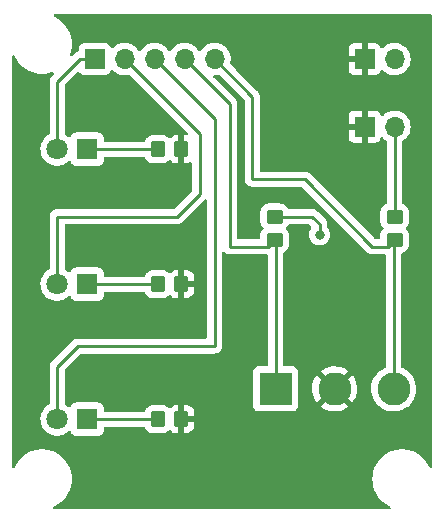
<source format=gbr>
%TF.GenerationSoftware,KiCad,Pcbnew,(6.0.9)*%
%TF.CreationDate,2023-08-13T20:03:35-07:00*%
%TF.ProjectId,LED_and_Switch_board,4c45445f-616e-4645-9f53-77697463685f,rev?*%
%TF.SameCoordinates,Original*%
%TF.FileFunction,Copper,L1,Top*%
%TF.FilePolarity,Positive*%
%FSLAX46Y46*%
G04 Gerber Fmt 4.6, Leading zero omitted, Abs format (unit mm)*
G04 Created by KiCad (PCBNEW (6.0.9)) date 2023-08-13 20:03:35*
%MOMM*%
%LPD*%
G01*
G04 APERTURE LIST*
G04 Aperture macros list*
%AMRoundRect*
0 Rectangle with rounded corners*
0 $1 Rounding radius*
0 $2 $3 $4 $5 $6 $7 $8 $9 X,Y pos of 4 corners*
0 Add a 4 corners polygon primitive as box body*
4,1,4,$2,$3,$4,$5,$6,$7,$8,$9,$2,$3,0*
0 Add four circle primitives for the rounded corners*
1,1,$1+$1,$2,$3*
1,1,$1+$1,$4,$5*
1,1,$1+$1,$6,$7*
1,1,$1+$1,$8,$9*
0 Add four rect primitives between the rounded corners*
20,1,$1+$1,$2,$3,$4,$5,0*
20,1,$1+$1,$4,$5,$6,$7,0*
20,1,$1+$1,$6,$7,$8,$9,0*
20,1,$1+$1,$8,$9,$2,$3,0*%
G04 Aperture macros list end*
%TA.AperFunction,ComponentPad*%
%ADD10R,1.700000X1.700000*%
%TD*%
%TA.AperFunction,ComponentPad*%
%ADD11O,1.700000X1.700000*%
%TD*%
%TA.AperFunction,ComponentPad*%
%ADD12R,2.800000X2.800000*%
%TD*%
%TA.AperFunction,ComponentPad*%
%ADD13C,2.800000*%
%TD*%
%TA.AperFunction,SMDPad,CuDef*%
%ADD14RoundRect,0.250000X-0.450000X0.350000X-0.450000X-0.350000X0.450000X-0.350000X0.450000X0.350000X0*%
%TD*%
%TA.AperFunction,SMDPad,CuDef*%
%ADD15RoundRect,0.250000X-0.350000X-0.450000X0.350000X-0.450000X0.350000X0.450000X-0.350000X0.450000X0*%
%TD*%
%TA.AperFunction,ComponentPad*%
%ADD16C,1.800000*%
%TD*%
%TA.AperFunction,ComponentPad*%
%ADD17R,1.800000X1.800000*%
%TD*%
%TA.AperFunction,ViaPad*%
%ADD18C,0.800000*%
%TD*%
%TA.AperFunction,Conductor*%
%ADD19C,0.250000*%
%TD*%
G04 APERTURE END LIST*
D10*
%TO.P,J4,1,Pin_1*%
%TO.N,GND*%
X155575000Y-92075000D03*
D11*
%TO.P,J4,2,Pin_2*%
%TO.N,+3.3V*%
X158115000Y-92075000D03*
%TD*%
D12*
%TO.P,J1,1,Pin_1*%
%TO.N,Net-(J2-Pad4)*%
X148035000Y-114280000D03*
D13*
%TO.P,J1,2,Pin_2*%
%TO.N,GND*%
X153035000Y-114280000D03*
%TO.P,J1,3,Pin_3*%
%TO.N,Net-(J2-Pad5)*%
X158035000Y-114280000D03*
%TD*%
D10*
%TO.P,J3,1,Pin_1*%
%TO.N,GND*%
X155575000Y-86360000D03*
D11*
%TO.P,J3,2,Pin_2*%
%TO.N,+3.3V*%
X158115000Y-86360000D03*
%TD*%
%TO.P,J2,5,Pin_5*%
%TO.N,Net-(J2-Pad5)*%
X142880000Y-86360000D03*
%TO.P,J2,4,Pin_4*%
%TO.N,Net-(J2-Pad4)*%
X140340000Y-86360000D03*
%TO.P,J2,3,Pin_3*%
%TO.N,Net-(D3-Pad2)*%
X137800000Y-86360000D03*
%TO.P,J2,2,Pin_2*%
%TO.N,Net-(D2-Pad2)*%
X135260000Y-86360000D03*
D10*
%TO.P,J2,1,Pin_1*%
%TO.N,Net-(D1-Pad2)*%
X132720000Y-86360000D03*
%TD*%
D14*
%TO.P,R5,2*%
%TO.N,Net-(J2-Pad5)*%
X158115000Y-101695000D03*
%TO.P,R5,1*%
%TO.N,+3.3V*%
X158115000Y-99695000D03*
%TD*%
%TO.P,R4,1*%
%TO.N,+3.3V*%
X147955000Y-99695000D03*
%TO.P,R4,2*%
%TO.N,Net-(J2-Pad4)*%
X147955000Y-101695000D03*
%TD*%
D15*
%TO.P,R3,1*%
%TO.N,Net-(D3-Pad1)*%
X138065000Y-116840000D03*
%TO.P,R3,2*%
%TO.N,GND*%
X140065000Y-116840000D03*
%TD*%
%TO.P,R2,1*%
%TO.N,Net-(D2-Pad1)*%
X138065000Y-105410000D03*
%TO.P,R2,2*%
%TO.N,GND*%
X140065000Y-105410000D03*
%TD*%
%TO.P,R1,1*%
%TO.N,Net-(D1-Pad1)*%
X138065000Y-93980000D03*
%TO.P,R1,2*%
%TO.N,GND*%
X140065000Y-93980000D03*
%TD*%
D16*
%TO.P,D3,2,A*%
%TO.N,Net-(D3-Pad2)*%
X129545000Y-116840000D03*
D17*
%TO.P,D3,1,K*%
%TO.N,Net-(D3-Pad1)*%
X132085000Y-116840000D03*
%TD*%
%TO.P,D2,1,K*%
%TO.N,Net-(D2-Pad1)*%
X132080000Y-105410000D03*
D16*
%TO.P,D2,2,A*%
%TO.N,Net-(D2-Pad2)*%
X129540000Y-105410000D03*
%TD*%
D17*
%TO.P,D1,1,K*%
%TO.N,Net-(D1-Pad1)*%
X132085000Y-93980000D03*
D16*
%TO.P,D1,2,A*%
%TO.N,Net-(D1-Pad2)*%
X129545000Y-93980000D03*
%TD*%
D18*
%TO.N,+3.3V*%
X151765000Y-101235497D03*
%TD*%
D19*
%TO.N,+3.3V*%
X158115000Y-99695000D02*
X158115000Y-92075000D01*
%TO.N,Net-(D3-Pad2)*%
X129545000Y-112390000D02*
X129545000Y-116840000D01*
X131278173Y-110656827D02*
X129545000Y-112390000D01*
X142875000Y-91435000D02*
X142875000Y-110656827D01*
X142875000Y-110656827D02*
X131278173Y-110656827D01*
X137800000Y-86360000D02*
X142875000Y-91435000D01*
%TO.N,+3.3V*%
X151765000Y-100330000D02*
X151765000Y-100965000D01*
X151130000Y-99695000D02*
X151765000Y-100330000D01*
X151765000Y-100965000D02*
X151765000Y-101235497D01*
X147955000Y-99695000D02*
X151130000Y-99695000D01*
%TO.N,Net-(J2-Pad5)*%
X158035000Y-101775000D02*
X158115000Y-101695000D01*
X158035000Y-114280000D02*
X158035000Y-101775000D01*
%TO.N,Net-(J2-Pad4)*%
X148035000Y-101775000D02*
X147955000Y-101695000D01*
X148035000Y-114280000D02*
X148035000Y-101775000D01*
%TO.N,Net-(J2-Pad5)*%
X157575000Y-102235000D02*
X158115000Y-101695000D01*
X156210000Y-102235000D02*
X157575000Y-102235000D01*
X150495000Y-96520000D02*
X156210000Y-102235000D01*
X146050000Y-96520000D02*
X150495000Y-96520000D01*
X146050000Y-89530000D02*
X146050000Y-96520000D01*
X142880000Y-86360000D02*
X146050000Y-89530000D01*
%TO.N,Net-(J2-Pad4)*%
X144145000Y-102235000D02*
X147415000Y-102235000D01*
X144145000Y-90165000D02*
X144145000Y-102235000D01*
X147415000Y-102235000D02*
X147955000Y-101695000D01*
X140340000Y-86360000D02*
X144145000Y-90165000D01*
%TO.N,Net-(D2-Pad2)*%
X129540000Y-99695000D02*
X129540000Y-105410000D01*
X139700000Y-99695000D02*
X129540000Y-99695000D01*
X135260000Y-86360000D02*
X141605000Y-92705000D01*
X141605000Y-92705000D02*
X141605000Y-97790000D01*
X141605000Y-97790000D02*
X139700000Y-99695000D01*
%TO.N,Net-(D3-Pad1)*%
X138065000Y-116840000D02*
X132085000Y-116840000D01*
%TO.N,Net-(D2-Pad1)*%
X138065000Y-105410000D02*
X132080000Y-105410000D01*
%TO.N,Net-(D1-Pad1)*%
X138065000Y-93980000D02*
X132085000Y-93980000D01*
%TO.N,Net-(D1-Pad2)*%
X129545000Y-88270000D02*
X129545000Y-93980000D01*
X129540000Y-88265000D02*
X129545000Y-88270000D01*
X131445000Y-86360000D02*
X129540000Y-88265000D01*
X132720000Y-86360000D02*
X131445000Y-86360000D01*
%TD*%
%TA.AperFunction,Conductor*%
%TO.N,GND*%
G36*
X161232121Y-82570002D02*
G01*
X161278614Y-82623658D01*
X161290000Y-82676000D01*
X161290000Y-120843636D01*
X161269998Y-120911757D01*
X161216342Y-120958250D01*
X161146068Y-120968354D01*
X161081488Y-120938860D01*
X161049992Y-120897284D01*
X160961315Y-120708834D01*
X160961311Y-120708827D01*
X160959627Y-120705248D01*
X160789954Y-120437887D01*
X160588110Y-120193899D01*
X160357279Y-119977134D01*
X160354075Y-119974806D01*
X160104308Y-119793340D01*
X160104303Y-119793337D01*
X160101099Y-119791009D01*
X159823612Y-119638459D01*
X159663515Y-119575072D01*
X159532876Y-119523348D01*
X159532873Y-119523347D01*
X159529193Y-119521890D01*
X159525359Y-119520906D01*
X159525351Y-119520903D01*
X159335605Y-119472185D01*
X159222486Y-119443141D01*
X159218558Y-119442645D01*
X159218554Y-119442644D01*
X159093786Y-119426883D01*
X158908328Y-119403454D01*
X158591672Y-119403454D01*
X158406214Y-119426883D01*
X158281446Y-119442644D01*
X158281442Y-119442645D01*
X158277514Y-119443141D01*
X158164395Y-119472185D01*
X157974649Y-119520903D01*
X157974641Y-119520906D01*
X157970807Y-119521890D01*
X157967127Y-119523347D01*
X157967124Y-119523348D01*
X157836485Y-119575072D01*
X157676388Y-119638459D01*
X157398901Y-119791009D01*
X157395697Y-119793337D01*
X157395692Y-119793340D01*
X157145925Y-119974806D01*
X157142721Y-119977134D01*
X156911890Y-120193899D01*
X156710046Y-120437887D01*
X156540373Y-120705248D01*
X156538689Y-120708827D01*
X156538685Y-120708834D01*
X156415965Y-120969628D01*
X156405548Y-120991766D01*
X156307696Y-121292923D01*
X156248361Y-121603969D01*
X156230783Y-121883363D01*
X156228478Y-121920000D01*
X156248361Y-122236031D01*
X156307696Y-122547077D01*
X156405548Y-122848234D01*
X156407235Y-122851820D01*
X156407237Y-122851824D01*
X156538685Y-123131166D01*
X156538689Y-123131173D01*
X156540373Y-123134752D01*
X156710046Y-123402113D01*
X156911890Y-123646101D01*
X157142721Y-123862866D01*
X157145923Y-123865193D01*
X157145925Y-123865194D01*
X157395692Y-124046660D01*
X157395697Y-124046663D01*
X157398901Y-124048991D01*
X157676388Y-124201541D01*
X157715049Y-124216848D01*
X157771023Y-124260523D01*
X157794499Y-124327526D01*
X157778023Y-124396584D01*
X157726828Y-124445773D01*
X157668665Y-124460000D01*
X129351335Y-124460000D01*
X129283214Y-124439998D01*
X129236721Y-124386342D01*
X129226617Y-124316068D01*
X129256111Y-124251488D01*
X129304951Y-124216848D01*
X129343612Y-124201541D01*
X129621099Y-124048991D01*
X129624303Y-124046663D01*
X129624308Y-124046660D01*
X129874075Y-123865194D01*
X129874077Y-123865193D01*
X129877279Y-123862866D01*
X130108110Y-123646101D01*
X130309954Y-123402113D01*
X130479627Y-123134752D01*
X130481311Y-123131173D01*
X130481315Y-123131166D01*
X130612763Y-122851824D01*
X130612765Y-122851820D01*
X130614452Y-122848234D01*
X130712304Y-122547077D01*
X130771639Y-122236031D01*
X130791522Y-121920000D01*
X130771639Y-121603969D01*
X130712304Y-121292923D01*
X130614452Y-120991766D01*
X130604035Y-120969628D01*
X130481315Y-120708834D01*
X130481311Y-120708827D01*
X130479627Y-120705248D01*
X130309954Y-120437887D01*
X130108110Y-120193899D01*
X129877279Y-119977134D01*
X129874075Y-119974806D01*
X129624308Y-119793340D01*
X129624303Y-119793337D01*
X129621099Y-119791009D01*
X129343612Y-119638459D01*
X129183515Y-119575072D01*
X129052876Y-119523348D01*
X129052873Y-119523347D01*
X129049193Y-119521890D01*
X129045359Y-119520906D01*
X129045351Y-119520903D01*
X128855605Y-119472185D01*
X128742486Y-119443141D01*
X128738558Y-119442645D01*
X128738554Y-119442644D01*
X128613786Y-119426883D01*
X128428328Y-119403454D01*
X128111672Y-119403454D01*
X127926214Y-119426883D01*
X127801446Y-119442644D01*
X127801442Y-119442645D01*
X127797514Y-119443141D01*
X127684395Y-119472185D01*
X127494649Y-119520903D01*
X127494641Y-119520906D01*
X127490807Y-119521890D01*
X127487127Y-119523347D01*
X127487124Y-119523348D01*
X127356485Y-119575072D01*
X127196388Y-119638459D01*
X126918901Y-119791009D01*
X126915697Y-119793337D01*
X126915692Y-119793340D01*
X126665925Y-119974806D01*
X126662721Y-119977134D01*
X126431890Y-120193899D01*
X126230046Y-120437887D01*
X126060373Y-120705248D01*
X126058689Y-120708827D01*
X126058685Y-120708834D01*
X125970008Y-120897284D01*
X125922906Y-120950405D01*
X125854561Y-120969628D01*
X125786673Y-120948849D01*
X125740796Y-120894666D01*
X125730000Y-120843636D01*
X125730000Y-86166364D01*
X125750002Y-86098243D01*
X125803658Y-86051750D01*
X125873932Y-86041646D01*
X125938512Y-86071140D01*
X125970007Y-86112715D01*
X125992586Y-86160697D01*
X126058685Y-86301166D01*
X126058689Y-86301173D01*
X126060373Y-86304752D01*
X126230046Y-86572113D01*
X126431890Y-86816101D01*
X126662721Y-87032866D01*
X126665923Y-87035193D01*
X126665925Y-87035194D01*
X126915692Y-87216660D01*
X126915697Y-87216663D01*
X126918901Y-87218991D01*
X126922370Y-87220898D01*
X126922373Y-87220900D01*
X127137109Y-87338952D01*
X127196388Y-87371541D01*
X127262026Y-87397529D01*
X127487124Y-87486652D01*
X127487127Y-87486653D01*
X127490807Y-87488110D01*
X127494641Y-87489094D01*
X127494649Y-87489097D01*
X127657447Y-87530896D01*
X127797514Y-87566859D01*
X127801442Y-87567355D01*
X127801446Y-87567356D01*
X127926214Y-87583117D01*
X128111672Y-87606546D01*
X128428328Y-87606546D01*
X128613786Y-87583117D01*
X128738554Y-87567356D01*
X128738558Y-87567355D01*
X128742486Y-87566859D01*
X128882553Y-87530896D01*
X129045351Y-87489097D01*
X129045359Y-87489094D01*
X129049193Y-87488110D01*
X129052873Y-87486653D01*
X129052876Y-87486652D01*
X129078183Y-87476632D01*
X129098965Y-87468404D01*
X129169664Y-87461925D01*
X129232644Y-87494697D01*
X129267908Y-87556316D01*
X129264261Y-87627219D01*
X129234444Y-87674651D01*
X129142807Y-87766288D01*
X129124535Y-87781403D01*
X129117729Y-87786028D01*
X129112485Y-87791976D01*
X129112484Y-87791977D01*
X129080589Y-87828155D01*
X129075170Y-87833925D01*
X129063865Y-87845230D01*
X129061435Y-87848363D01*
X129054057Y-87857874D01*
X129049012Y-87863972D01*
X129011880Y-87906090D01*
X129008281Y-87913154D01*
X129008280Y-87913155D01*
X129008140Y-87913429D01*
X128995434Y-87933450D01*
X128995248Y-87933690D01*
X128995246Y-87933694D01*
X128990386Y-87939959D01*
X128987236Y-87947238D01*
X128968079Y-87991507D01*
X128964722Y-87998642D01*
X128939215Y-88048704D01*
X128937417Y-88056749D01*
X128930091Y-88079294D01*
X128926819Y-88086855D01*
X128925579Y-88094685D01*
X128918033Y-88142326D01*
X128916549Y-88150101D01*
X128904298Y-88204909D01*
X128904547Y-88212832D01*
X128904547Y-88212833D01*
X128904557Y-88213141D01*
X128903067Y-88236815D01*
X128901780Y-88244943D01*
X128902526Y-88252835D01*
X128902526Y-88252836D01*
X128907065Y-88300858D01*
X128907562Y-88308755D01*
X128909327Y-88364889D01*
X128910441Y-88368725D01*
X128911500Y-88382177D01*
X128911500Y-92645319D01*
X128891498Y-92713440D01*
X128843679Y-92757083D01*
X128796463Y-92781662D01*
X128791872Y-92784052D01*
X128787734Y-92787159D01*
X128641565Y-92896906D01*
X128606655Y-92923117D01*
X128572853Y-92958489D01*
X128473049Y-93062928D01*
X128446639Y-93090564D01*
X128443725Y-93094836D01*
X128443724Y-93094837D01*
X128415777Y-93135806D01*
X128316119Y-93281899D01*
X128218602Y-93491981D01*
X128156707Y-93715169D01*
X128132095Y-93945469D01*
X128145427Y-94176697D01*
X128146564Y-94181743D01*
X128146565Y-94181749D01*
X128178741Y-94324523D01*
X128196346Y-94402642D01*
X128283484Y-94617237D01*
X128404501Y-94814719D01*
X128556147Y-94989784D01*
X128734349Y-95137730D01*
X128934322Y-95254584D01*
X129150694Y-95337209D01*
X129155760Y-95338240D01*
X129155761Y-95338240D01*
X129208846Y-95349040D01*
X129377656Y-95383385D01*
X129507089Y-95388131D01*
X129603949Y-95391683D01*
X129603953Y-95391683D01*
X129609113Y-95391872D01*
X129614233Y-95391216D01*
X129614235Y-95391216D01*
X129688166Y-95381745D01*
X129838847Y-95362442D01*
X129843795Y-95360957D01*
X129843802Y-95360956D01*
X130055747Y-95297369D01*
X130060690Y-95295886D01*
X130141236Y-95256427D01*
X130264049Y-95196262D01*
X130264052Y-95196260D01*
X130268684Y-95193991D01*
X130457243Y-95059494D01*
X130502309Y-95014585D01*
X130564681Y-94980669D01*
X130635487Y-94985857D01*
X130692249Y-95028503D01*
X130709231Y-95059607D01*
X130731053Y-95117816D01*
X130734385Y-95126705D01*
X130821739Y-95243261D01*
X130938295Y-95330615D01*
X131074684Y-95381745D01*
X131136866Y-95388500D01*
X133033134Y-95388500D01*
X133095316Y-95381745D01*
X133231705Y-95330615D01*
X133348261Y-95243261D01*
X133435615Y-95126705D01*
X133486745Y-94990316D01*
X133493500Y-94928134D01*
X133493500Y-94739500D01*
X133513502Y-94671379D01*
X133567158Y-94624886D01*
X133619500Y-94613500D01*
X136885803Y-94613500D01*
X136953924Y-94633502D01*
X137000417Y-94687158D01*
X137005326Y-94699623D01*
X137023450Y-94753946D01*
X137116522Y-94904348D01*
X137241697Y-95029305D01*
X137247927Y-95033145D01*
X137247928Y-95033146D01*
X137385288Y-95117816D01*
X137392262Y-95122115D01*
X137406101Y-95126705D01*
X137553611Y-95175632D01*
X137553613Y-95175632D01*
X137560139Y-95177797D01*
X137566975Y-95178497D01*
X137566978Y-95178498D01*
X137610031Y-95182909D01*
X137664600Y-95188500D01*
X138465400Y-95188500D01*
X138468646Y-95188163D01*
X138468650Y-95188163D01*
X138564308Y-95178238D01*
X138564312Y-95178237D01*
X138571166Y-95177526D01*
X138577702Y-95175345D01*
X138577704Y-95175345D01*
X138723495Y-95126705D01*
X138738946Y-95121550D01*
X138889348Y-95028478D01*
X138903217Y-95014585D01*
X138976138Y-94941537D01*
X139038421Y-94907458D01*
X139109241Y-94912461D01*
X139154329Y-94941382D01*
X139236829Y-95023739D01*
X139248240Y-95032751D01*
X139386243Y-95117816D01*
X139399424Y-95123963D01*
X139553710Y-95175138D01*
X139567086Y-95178005D01*
X139661438Y-95187672D01*
X139667854Y-95188000D01*
X139792885Y-95188000D01*
X139808124Y-95183525D01*
X139809329Y-95182135D01*
X139811000Y-95174452D01*
X139811000Y-92790116D01*
X139806525Y-92774877D01*
X139805135Y-92773672D01*
X139797452Y-92772001D01*
X139667905Y-92772001D01*
X139661386Y-92772338D01*
X139565794Y-92782257D01*
X139552400Y-92785149D01*
X139398216Y-92836588D01*
X139385038Y-92842761D01*
X139247193Y-92928063D01*
X139235792Y-92937099D01*
X139154570Y-93018462D01*
X139092287Y-93052541D01*
X139021467Y-93047538D01*
X138976380Y-93018617D01*
X138893488Y-92935870D01*
X138893483Y-92935866D01*
X138888303Y-92930695D01*
X138870972Y-92920012D01*
X138743968Y-92841725D01*
X138743966Y-92841724D01*
X138737738Y-92837885D01*
X138631990Y-92802810D01*
X138576389Y-92784368D01*
X138576387Y-92784368D01*
X138569861Y-92782203D01*
X138563025Y-92781503D01*
X138563022Y-92781502D01*
X138519831Y-92777077D01*
X138465400Y-92771500D01*
X137664600Y-92771500D01*
X137661354Y-92771837D01*
X137661350Y-92771837D01*
X137565692Y-92781762D01*
X137565688Y-92781763D01*
X137558834Y-92782474D01*
X137552298Y-92784655D01*
X137552296Y-92784655D01*
X137488282Y-92806012D01*
X137391054Y-92838450D01*
X137240652Y-92931522D01*
X137115695Y-93056697D01*
X137111855Y-93062927D01*
X137111854Y-93062928D01*
X137030911Y-93194242D01*
X137022885Y-93207262D01*
X137010071Y-93245896D01*
X137005337Y-93260168D01*
X136964906Y-93318527D01*
X136899342Y-93345764D01*
X136885744Y-93346500D01*
X133619500Y-93346500D01*
X133551379Y-93326498D01*
X133504886Y-93272842D01*
X133493500Y-93220500D01*
X133493500Y-93031866D01*
X133486745Y-92969684D01*
X133435615Y-92833295D01*
X133348261Y-92716739D01*
X133231705Y-92629385D01*
X133095316Y-92578255D01*
X133033134Y-92571500D01*
X131136866Y-92571500D01*
X131074684Y-92578255D01*
X130938295Y-92629385D01*
X130821739Y-92716739D01*
X130734385Y-92833295D01*
X130731233Y-92841703D01*
X130731232Y-92841705D01*
X130710538Y-92896906D01*
X130667897Y-92953671D01*
X130601335Y-92978371D01*
X130531986Y-92963164D01*
X130509167Y-92946666D01*
X130508887Y-92946358D01*
X130489054Y-92930695D01*
X130331178Y-92806012D01*
X130331175Y-92806010D01*
X130327123Y-92802810D01*
X130288995Y-92781762D01*
X130243607Y-92756707D01*
X130193636Y-92706274D01*
X130178500Y-92646398D01*
X130178500Y-88574594D01*
X130198502Y-88506473D01*
X130215405Y-88485499D01*
X131241573Y-87459332D01*
X131303885Y-87425306D01*
X131374701Y-87430371D01*
X131431494Y-87472862D01*
X131434319Y-87476632D01*
X131506739Y-87573261D01*
X131623295Y-87660615D01*
X131759684Y-87711745D01*
X131821866Y-87718500D01*
X133618134Y-87718500D01*
X133680316Y-87711745D01*
X133816705Y-87660615D01*
X133933261Y-87573261D01*
X134020615Y-87456705D01*
X134053255Y-87369638D01*
X134064598Y-87339382D01*
X134107240Y-87282618D01*
X134173802Y-87257918D01*
X134243150Y-87273126D01*
X134277817Y-87301114D01*
X134306250Y-87333938D01*
X134478126Y-87476632D01*
X134671000Y-87589338D01*
X134675825Y-87591180D01*
X134675826Y-87591181D01*
X134716063Y-87606546D01*
X134879692Y-87669030D01*
X134884760Y-87670061D01*
X134884763Y-87670062D01*
X134992012Y-87691882D01*
X135098597Y-87713567D01*
X135103772Y-87713757D01*
X135103774Y-87713757D01*
X135316673Y-87721564D01*
X135316677Y-87721564D01*
X135321837Y-87721753D01*
X135326957Y-87721097D01*
X135326959Y-87721097D01*
X135538288Y-87694025D01*
X135538289Y-87694025D01*
X135543416Y-87693368D01*
X135548367Y-87691883D01*
X135548370Y-87691882D01*
X135589829Y-87679444D01*
X135660825Y-87679028D01*
X135715131Y-87711035D01*
X140561352Y-92557257D01*
X140595378Y-92619569D01*
X140590313Y-92690384D01*
X140547766Y-92747220D01*
X140481246Y-92772031D01*
X140465832Y-92772188D01*
X140462150Y-92772000D01*
X140337115Y-92772000D01*
X140321876Y-92776475D01*
X140320671Y-92777865D01*
X140319000Y-92785548D01*
X140319000Y-95169884D01*
X140323475Y-95185123D01*
X140324865Y-95186328D01*
X140332548Y-95187999D01*
X140462095Y-95187999D01*
X140468614Y-95187662D01*
X140564206Y-95177743D01*
X140577600Y-95174851D01*
X140731784Y-95123412D01*
X140744958Y-95117241D01*
X140779196Y-95096053D01*
X140847648Y-95077215D01*
X140915418Y-95098376D01*
X140960989Y-95152816D01*
X140971500Y-95203197D01*
X140971500Y-97475406D01*
X140951498Y-97543527D01*
X140934595Y-97564501D01*
X139474500Y-99024595D01*
X139412188Y-99058621D01*
X139385405Y-99061500D01*
X129611793Y-99061500D01*
X129588184Y-99059268D01*
X129587881Y-99059210D01*
X129587877Y-99059210D01*
X129580094Y-99057725D01*
X129524049Y-99061251D01*
X129516138Y-99061500D01*
X129500144Y-99061500D01*
X129484270Y-99063506D01*
X129476410Y-99064248D01*
X129448951Y-99065976D01*
X129428263Y-99067277D01*
X129428262Y-99067277D01*
X129420350Y-99067775D01*
X129412809Y-99070225D01*
X129412513Y-99070321D01*
X129389369Y-99075494D01*
X129389065Y-99075532D01*
X129389060Y-99075533D01*
X129381203Y-99076526D01*
X129373838Y-99079442D01*
X129373834Y-99079443D01*
X129328989Y-99097199D01*
X129321570Y-99099871D01*
X129268125Y-99117236D01*
X129261429Y-99121486D01*
X129261428Y-99121486D01*
X129261169Y-99121650D01*
X129240042Y-99132415D01*
X129239754Y-99132529D01*
X129239749Y-99132532D01*
X129232383Y-99135448D01*
X129225975Y-99140104D01*
X129225969Y-99140107D01*
X129186948Y-99168458D01*
X129180411Y-99172901D01*
X129132982Y-99203000D01*
X129127556Y-99208778D01*
X129127555Y-99208779D01*
X129127341Y-99209007D01*
X129109554Y-99224688D01*
X129109309Y-99224866D01*
X129109307Y-99224868D01*
X129102893Y-99229528D01*
X129097839Y-99235637D01*
X129097838Y-99235638D01*
X129067097Y-99272796D01*
X129061866Y-99278730D01*
X129028842Y-99313898D01*
X129028840Y-99313901D01*
X129023414Y-99319679D01*
X129019445Y-99326899D01*
X129006119Y-99346506D01*
X129005920Y-99346746D01*
X129005916Y-99346753D01*
X129000867Y-99352856D01*
X128997493Y-99360027D01*
X128976953Y-99403676D01*
X128973371Y-99410708D01*
X128946305Y-99459940D01*
X128944335Y-99467615D01*
X128944332Y-99467621D01*
X128944256Y-99467919D01*
X128936224Y-99490228D01*
X128936094Y-99490503D01*
X128936091Y-99490511D01*
X128932717Y-99497682D01*
X128931231Y-99505474D01*
X128922195Y-99552843D01*
X128920471Y-99560558D01*
X128906500Y-99614970D01*
X128906500Y-99623207D01*
X128904268Y-99646816D01*
X128902725Y-99654906D01*
X128903223Y-99662817D01*
X128906251Y-99710951D01*
X128906500Y-99718862D01*
X128906500Y-104075319D01*
X128886498Y-104143440D01*
X128838679Y-104187083D01*
X128791463Y-104211662D01*
X128786872Y-104214052D01*
X128782734Y-104217159D01*
X128636565Y-104326906D01*
X128601655Y-104353117D01*
X128582511Y-104373150D01*
X128468049Y-104492928D01*
X128441639Y-104520564D01*
X128311119Y-104711899D01*
X128213602Y-104921981D01*
X128151707Y-105145169D01*
X128127095Y-105375469D01*
X128140427Y-105606697D01*
X128141564Y-105611743D01*
X128141565Y-105611749D01*
X128156394Y-105677548D01*
X128191346Y-105832642D01*
X128193288Y-105837424D01*
X128193289Y-105837428D01*
X128265337Y-106014861D01*
X128278484Y-106047237D01*
X128399501Y-106244719D01*
X128551147Y-106419784D01*
X128729349Y-106567730D01*
X128929322Y-106684584D01*
X129145694Y-106767209D01*
X129150760Y-106768240D01*
X129150761Y-106768240D01*
X129203846Y-106779040D01*
X129372656Y-106813385D01*
X129502089Y-106818131D01*
X129598949Y-106821683D01*
X129598953Y-106821683D01*
X129604113Y-106821872D01*
X129609233Y-106821216D01*
X129609235Y-106821216D01*
X129683166Y-106811745D01*
X129833847Y-106792442D01*
X129838795Y-106790957D01*
X129838802Y-106790956D01*
X130050747Y-106727369D01*
X130055690Y-106725886D01*
X130136236Y-106686427D01*
X130259049Y-106626262D01*
X130259052Y-106626260D01*
X130263684Y-106623991D01*
X130452243Y-106489494D01*
X130497309Y-106444585D01*
X130559681Y-106410669D01*
X130630487Y-106415857D01*
X130687249Y-106458503D01*
X130704231Y-106489607D01*
X130726053Y-106547816D01*
X130729385Y-106556705D01*
X130816739Y-106673261D01*
X130933295Y-106760615D01*
X131069684Y-106811745D01*
X131131866Y-106818500D01*
X133028134Y-106818500D01*
X133090316Y-106811745D01*
X133226705Y-106760615D01*
X133343261Y-106673261D01*
X133430615Y-106556705D01*
X133481745Y-106420316D01*
X133488500Y-106358134D01*
X133488500Y-106169500D01*
X133508502Y-106101379D01*
X133562158Y-106054886D01*
X133614500Y-106043500D01*
X136885803Y-106043500D01*
X136953924Y-106063502D01*
X137000417Y-106117158D01*
X137005326Y-106129623D01*
X137020658Y-106175576D01*
X137023450Y-106183946D01*
X137116522Y-106334348D01*
X137241697Y-106459305D01*
X137247927Y-106463145D01*
X137247928Y-106463146D01*
X137385288Y-106547816D01*
X137392262Y-106552115D01*
X137406101Y-106556705D01*
X137553611Y-106605632D01*
X137553613Y-106605632D01*
X137560139Y-106607797D01*
X137566975Y-106608497D01*
X137566978Y-106608498D01*
X137610031Y-106612909D01*
X137664600Y-106618500D01*
X138465400Y-106618500D01*
X138468646Y-106618163D01*
X138468650Y-106618163D01*
X138564308Y-106608238D01*
X138564312Y-106608237D01*
X138571166Y-106607526D01*
X138577702Y-106605345D01*
X138577704Y-106605345D01*
X138723495Y-106556705D01*
X138738946Y-106551550D01*
X138889348Y-106458478D01*
X138903217Y-106444585D01*
X138976138Y-106371537D01*
X139038421Y-106337458D01*
X139109241Y-106342461D01*
X139154329Y-106371382D01*
X139236829Y-106453739D01*
X139248240Y-106462751D01*
X139386243Y-106547816D01*
X139399424Y-106553963D01*
X139553710Y-106605138D01*
X139567086Y-106608005D01*
X139661438Y-106617672D01*
X139667854Y-106618000D01*
X139792885Y-106618000D01*
X139808124Y-106613525D01*
X139809329Y-106612135D01*
X139811000Y-106604452D01*
X139811000Y-106599884D01*
X140319000Y-106599884D01*
X140323475Y-106615123D01*
X140324865Y-106616328D01*
X140332548Y-106617999D01*
X140462095Y-106617999D01*
X140468614Y-106617662D01*
X140564206Y-106607743D01*
X140577600Y-106604851D01*
X140731784Y-106553412D01*
X140744962Y-106547239D01*
X140882807Y-106461937D01*
X140894208Y-106452901D01*
X141008739Y-106338171D01*
X141017751Y-106326760D01*
X141102816Y-106188757D01*
X141108963Y-106175576D01*
X141160138Y-106021290D01*
X141163005Y-106007914D01*
X141172672Y-105913562D01*
X141173000Y-105907146D01*
X141173000Y-105682115D01*
X141168525Y-105666876D01*
X141167135Y-105665671D01*
X141159452Y-105664000D01*
X140337115Y-105664000D01*
X140321876Y-105668475D01*
X140320671Y-105669865D01*
X140319000Y-105677548D01*
X140319000Y-106599884D01*
X139811000Y-106599884D01*
X139811000Y-105137885D01*
X140319000Y-105137885D01*
X140323475Y-105153124D01*
X140324865Y-105154329D01*
X140332548Y-105156000D01*
X141154884Y-105156000D01*
X141170123Y-105151525D01*
X141171328Y-105150135D01*
X141172999Y-105142452D01*
X141172999Y-104912905D01*
X141172662Y-104906386D01*
X141162743Y-104810794D01*
X141159851Y-104797400D01*
X141108412Y-104643216D01*
X141102239Y-104630038D01*
X141016937Y-104492193D01*
X141007901Y-104480792D01*
X140893171Y-104366261D01*
X140881760Y-104357249D01*
X140743757Y-104272184D01*
X140730576Y-104266037D01*
X140576290Y-104214862D01*
X140562914Y-104211995D01*
X140468562Y-104202328D01*
X140462145Y-104202000D01*
X140337115Y-104202000D01*
X140321876Y-104206475D01*
X140320671Y-104207865D01*
X140319000Y-104215548D01*
X140319000Y-105137885D01*
X139811000Y-105137885D01*
X139811000Y-104220116D01*
X139806525Y-104204877D01*
X139805135Y-104203672D01*
X139797452Y-104202001D01*
X139667905Y-104202001D01*
X139661386Y-104202338D01*
X139565794Y-104212257D01*
X139552400Y-104215149D01*
X139398216Y-104266588D01*
X139385038Y-104272761D01*
X139247193Y-104358063D01*
X139235792Y-104367099D01*
X139154570Y-104448462D01*
X139092287Y-104482541D01*
X139021467Y-104477538D01*
X138976380Y-104448617D01*
X138893488Y-104365870D01*
X138893483Y-104365866D01*
X138888303Y-104360695D01*
X138870972Y-104350012D01*
X138743968Y-104271725D01*
X138743966Y-104271724D01*
X138737738Y-104267885D01*
X138631990Y-104232810D01*
X138576389Y-104214368D01*
X138576387Y-104214368D01*
X138569861Y-104212203D01*
X138563025Y-104211503D01*
X138563022Y-104211502D01*
X138519969Y-104207091D01*
X138465400Y-104201500D01*
X137664600Y-104201500D01*
X137661354Y-104201837D01*
X137661350Y-104201837D01*
X137565692Y-104211762D01*
X137565688Y-104211763D01*
X137558834Y-104212474D01*
X137552298Y-104214655D01*
X137552296Y-104214655D01*
X137488282Y-104236012D01*
X137391054Y-104268450D01*
X137240652Y-104361522D01*
X137115695Y-104486697D01*
X137111855Y-104492927D01*
X137111854Y-104492928D01*
X137078114Y-104547665D01*
X137022885Y-104637262D01*
X137005337Y-104690168D01*
X136964906Y-104748527D01*
X136899342Y-104775764D01*
X136885744Y-104776500D01*
X133614500Y-104776500D01*
X133546379Y-104756498D01*
X133499886Y-104702842D01*
X133488500Y-104650500D01*
X133488500Y-104461866D01*
X133481745Y-104399684D01*
X133430615Y-104263295D01*
X133343261Y-104146739D01*
X133226705Y-104059385D01*
X133090316Y-104008255D01*
X133028134Y-104001500D01*
X131131866Y-104001500D01*
X131069684Y-104008255D01*
X130933295Y-104059385D01*
X130816739Y-104146739D01*
X130729385Y-104263295D01*
X130726233Y-104271703D01*
X130726232Y-104271705D01*
X130705538Y-104326906D01*
X130662897Y-104383671D01*
X130596335Y-104408371D01*
X130526986Y-104393164D01*
X130504167Y-104376666D01*
X130503887Y-104376358D01*
X130484054Y-104360695D01*
X130326178Y-104236012D01*
X130326175Y-104236010D01*
X130322123Y-104232810D01*
X130283995Y-104211762D01*
X130238607Y-104186707D01*
X130188636Y-104136274D01*
X130173500Y-104076398D01*
X130173500Y-100454500D01*
X130193502Y-100386379D01*
X130247158Y-100339886D01*
X130299500Y-100328500D01*
X139621233Y-100328500D01*
X139632416Y-100329027D01*
X139639909Y-100330702D01*
X139647835Y-100330453D01*
X139647836Y-100330453D01*
X139707986Y-100328562D01*
X139711945Y-100328500D01*
X139739856Y-100328500D01*
X139743791Y-100328003D01*
X139743856Y-100327995D01*
X139755693Y-100327062D01*
X139787951Y-100326048D01*
X139791970Y-100325922D01*
X139799889Y-100325673D01*
X139819343Y-100320021D01*
X139838700Y-100316013D01*
X139850930Y-100314468D01*
X139850931Y-100314468D01*
X139858797Y-100313474D01*
X139866168Y-100310555D01*
X139866170Y-100310555D01*
X139899912Y-100297196D01*
X139911142Y-100293351D01*
X139945983Y-100283229D01*
X139945984Y-100283229D01*
X139953593Y-100281018D01*
X139960412Y-100276985D01*
X139960417Y-100276983D01*
X139971028Y-100270707D01*
X139988776Y-100262012D01*
X140007617Y-100254552D01*
X140043387Y-100228564D01*
X140053307Y-100222048D01*
X140084535Y-100203580D01*
X140084538Y-100203578D01*
X140091362Y-100199542D01*
X140105683Y-100185221D01*
X140120717Y-100172380D01*
X140130694Y-100165131D01*
X140137107Y-100160472D01*
X140165298Y-100126395D01*
X140173288Y-100117616D01*
X141997253Y-98293652D01*
X142005539Y-98286112D01*
X142012018Y-98282000D01*
X142023649Y-98269614D01*
X142084862Y-98233648D01*
X142155802Y-98236485D01*
X142213946Y-98277225D01*
X142240835Y-98342933D01*
X142241500Y-98355866D01*
X142241500Y-109897327D01*
X142221498Y-109965448D01*
X142167842Y-110011941D01*
X142115500Y-110023327D01*
X131356941Y-110023327D01*
X131345758Y-110022800D01*
X131338265Y-110021125D01*
X131330339Y-110021374D01*
X131330338Y-110021374D01*
X131270175Y-110023265D01*
X131266217Y-110023327D01*
X131238317Y-110023327D01*
X131234327Y-110023831D01*
X131222493Y-110024763D01*
X131178284Y-110026153D01*
X131170670Y-110028365D01*
X131170665Y-110028366D01*
X131158832Y-110031804D01*
X131139469Y-110035815D01*
X131119376Y-110038353D01*
X131112009Y-110041270D01*
X131112004Y-110041271D01*
X131078265Y-110054629D01*
X131067038Y-110058473D01*
X131024580Y-110070809D01*
X131017754Y-110074846D01*
X131007145Y-110081120D01*
X130989397Y-110089815D01*
X130970556Y-110097275D01*
X130964140Y-110101937D01*
X130964139Y-110101937D01*
X130934786Y-110123263D01*
X130924866Y-110129779D01*
X130893638Y-110148247D01*
X130893635Y-110148249D01*
X130886811Y-110152285D01*
X130872490Y-110166606D01*
X130857457Y-110179446D01*
X130841066Y-110191355D01*
X130836015Y-110197461D01*
X130812875Y-110225432D01*
X130804885Y-110234211D01*
X129152747Y-111886348D01*
X129144461Y-111893888D01*
X129137982Y-111898000D01*
X129132557Y-111903777D01*
X129091357Y-111947651D01*
X129088602Y-111950493D01*
X129068865Y-111970230D01*
X129066385Y-111973427D01*
X129058682Y-111982447D01*
X129028414Y-112014679D01*
X129024595Y-112021625D01*
X129024593Y-112021628D01*
X129018652Y-112032434D01*
X129007801Y-112048953D01*
X128995386Y-112064959D01*
X128992241Y-112072228D01*
X128992238Y-112072232D01*
X128977826Y-112105537D01*
X128972609Y-112116187D01*
X128951305Y-112154940D01*
X128949334Y-112162615D01*
X128949334Y-112162616D01*
X128946267Y-112174562D01*
X128939863Y-112193266D01*
X128931819Y-112211855D01*
X128930580Y-112219678D01*
X128930577Y-112219688D01*
X128924901Y-112255524D01*
X128922495Y-112267144D01*
X128911500Y-112309970D01*
X128911500Y-112330224D01*
X128909949Y-112349934D01*
X128906780Y-112369943D01*
X128907526Y-112377835D01*
X128910941Y-112413961D01*
X128911500Y-112425819D01*
X128911500Y-115505319D01*
X128891498Y-115573440D01*
X128843679Y-115617083D01*
X128796463Y-115641662D01*
X128791872Y-115644052D01*
X128787734Y-115647159D01*
X128641565Y-115756906D01*
X128606655Y-115783117D01*
X128592705Y-115797715D01*
X128457588Y-115939107D01*
X128446639Y-115950564D01*
X128316119Y-116141899D01*
X128218602Y-116351981D01*
X128156707Y-116575169D01*
X128132095Y-116805469D01*
X128145427Y-117036697D01*
X128146564Y-117041743D01*
X128146565Y-117041749D01*
X128161394Y-117107548D01*
X128196346Y-117262642D01*
X128198288Y-117267424D01*
X128198289Y-117267428D01*
X128270337Y-117444861D01*
X128283484Y-117477237D01*
X128404501Y-117674719D01*
X128556147Y-117849784D01*
X128734349Y-117997730D01*
X128934322Y-118114584D01*
X129150694Y-118197209D01*
X129155760Y-118198240D01*
X129155761Y-118198240D01*
X129208846Y-118209040D01*
X129377656Y-118243385D01*
X129507089Y-118248131D01*
X129603949Y-118251683D01*
X129603953Y-118251683D01*
X129609113Y-118251872D01*
X129614233Y-118251216D01*
X129614235Y-118251216D01*
X129688166Y-118241745D01*
X129838847Y-118222442D01*
X129843795Y-118220957D01*
X129843802Y-118220956D01*
X130055747Y-118157369D01*
X130060690Y-118155886D01*
X130141236Y-118116427D01*
X130264049Y-118056262D01*
X130264052Y-118056260D01*
X130268684Y-118053991D01*
X130457243Y-117919494D01*
X130502309Y-117874585D01*
X130564681Y-117840669D01*
X130635487Y-117845857D01*
X130692249Y-117888503D01*
X130709231Y-117919607D01*
X130731053Y-117977816D01*
X130734385Y-117986705D01*
X130821739Y-118103261D01*
X130938295Y-118190615D01*
X131074684Y-118241745D01*
X131136866Y-118248500D01*
X133033134Y-118248500D01*
X133095316Y-118241745D01*
X133231705Y-118190615D01*
X133348261Y-118103261D01*
X133435615Y-117986705D01*
X133486745Y-117850316D01*
X133493500Y-117788134D01*
X133493500Y-117599500D01*
X133513502Y-117531379D01*
X133567158Y-117484886D01*
X133619500Y-117473500D01*
X136885803Y-117473500D01*
X136953924Y-117493502D01*
X137000417Y-117547158D01*
X137005326Y-117559623D01*
X137020658Y-117605576D01*
X137023450Y-117613946D01*
X137116522Y-117764348D01*
X137241697Y-117889305D01*
X137247927Y-117893145D01*
X137247928Y-117893146D01*
X137385288Y-117977816D01*
X137392262Y-117982115D01*
X137406101Y-117986705D01*
X137553611Y-118035632D01*
X137553613Y-118035632D01*
X137560139Y-118037797D01*
X137566975Y-118038497D01*
X137566978Y-118038498D01*
X137610031Y-118042909D01*
X137664600Y-118048500D01*
X138465400Y-118048500D01*
X138468646Y-118048163D01*
X138468650Y-118048163D01*
X138564308Y-118038238D01*
X138564312Y-118038237D01*
X138571166Y-118037526D01*
X138577702Y-118035345D01*
X138577704Y-118035345D01*
X138723495Y-117986705D01*
X138738946Y-117981550D01*
X138889348Y-117888478D01*
X138903217Y-117874585D01*
X138976138Y-117801537D01*
X139038421Y-117767458D01*
X139109241Y-117772461D01*
X139154329Y-117801382D01*
X139236829Y-117883739D01*
X139248240Y-117892751D01*
X139386243Y-117977816D01*
X139399424Y-117983963D01*
X139553710Y-118035138D01*
X139567086Y-118038005D01*
X139661438Y-118047672D01*
X139667854Y-118048000D01*
X139792885Y-118048000D01*
X139808124Y-118043525D01*
X139809329Y-118042135D01*
X139811000Y-118034452D01*
X139811000Y-118029884D01*
X140319000Y-118029884D01*
X140323475Y-118045123D01*
X140324865Y-118046328D01*
X140332548Y-118047999D01*
X140462095Y-118047999D01*
X140468614Y-118047662D01*
X140564206Y-118037743D01*
X140577600Y-118034851D01*
X140731784Y-117983412D01*
X140744962Y-117977239D01*
X140882807Y-117891937D01*
X140894208Y-117882901D01*
X141008739Y-117768171D01*
X141017751Y-117756760D01*
X141102816Y-117618757D01*
X141108963Y-117605576D01*
X141160138Y-117451290D01*
X141163005Y-117437914D01*
X141172672Y-117343562D01*
X141173000Y-117337146D01*
X141173000Y-117112115D01*
X141168525Y-117096876D01*
X141167135Y-117095671D01*
X141159452Y-117094000D01*
X140337115Y-117094000D01*
X140321876Y-117098475D01*
X140320671Y-117099865D01*
X140319000Y-117107548D01*
X140319000Y-118029884D01*
X139811000Y-118029884D01*
X139811000Y-116567885D01*
X140319000Y-116567885D01*
X140323475Y-116583124D01*
X140324865Y-116584329D01*
X140332548Y-116586000D01*
X141154884Y-116586000D01*
X141170123Y-116581525D01*
X141171328Y-116580135D01*
X141172999Y-116572452D01*
X141172999Y-116342905D01*
X141172662Y-116336386D01*
X141162743Y-116240794D01*
X141159851Y-116227400D01*
X141108412Y-116073216D01*
X141102239Y-116060038D01*
X141016937Y-115922193D01*
X141007901Y-115910792D01*
X140893171Y-115796261D01*
X140881760Y-115787249D01*
X140743757Y-115702184D01*
X140730576Y-115696037D01*
X140576290Y-115644862D01*
X140562914Y-115641995D01*
X140468562Y-115632328D01*
X140462145Y-115632000D01*
X140337115Y-115632000D01*
X140321876Y-115636475D01*
X140320671Y-115637865D01*
X140319000Y-115645548D01*
X140319000Y-116567885D01*
X139811000Y-116567885D01*
X139811000Y-115650116D01*
X139806525Y-115634877D01*
X139805135Y-115633672D01*
X139797452Y-115632001D01*
X139667905Y-115632001D01*
X139661386Y-115632338D01*
X139565794Y-115642257D01*
X139552400Y-115645149D01*
X139398216Y-115696588D01*
X139385038Y-115702761D01*
X139247193Y-115788063D01*
X139235792Y-115797099D01*
X139154570Y-115878462D01*
X139092287Y-115912541D01*
X139021467Y-115907538D01*
X138976380Y-115878617D01*
X138893488Y-115795870D01*
X138893483Y-115795866D01*
X138888303Y-115790695D01*
X138876009Y-115783117D01*
X138743968Y-115701725D01*
X138743966Y-115701724D01*
X138737738Y-115697885D01*
X138631990Y-115662810D01*
X138576389Y-115644368D01*
X138576387Y-115644368D01*
X138569861Y-115642203D01*
X138563025Y-115641503D01*
X138563022Y-115641502D01*
X138519969Y-115637091D01*
X138465400Y-115631500D01*
X137664600Y-115631500D01*
X137661354Y-115631837D01*
X137661350Y-115631837D01*
X137565692Y-115641762D01*
X137565688Y-115641763D01*
X137558834Y-115642474D01*
X137552298Y-115644655D01*
X137552296Y-115644655D01*
X137461971Y-115674790D01*
X137391054Y-115698450D01*
X137240652Y-115791522D01*
X137115695Y-115916697D01*
X137111855Y-115922927D01*
X137111854Y-115922928D01*
X137029447Y-116056617D01*
X137022885Y-116067262D01*
X137014893Y-116091357D01*
X137005337Y-116120168D01*
X136964906Y-116178527D01*
X136899342Y-116205764D01*
X136885744Y-116206500D01*
X133619500Y-116206500D01*
X133551379Y-116186498D01*
X133504886Y-116132842D01*
X133493500Y-116080500D01*
X133493500Y-115891866D01*
X133486745Y-115829684D01*
X133435615Y-115693295D01*
X133348261Y-115576739D01*
X133231705Y-115489385D01*
X133095316Y-115438255D01*
X133033134Y-115431500D01*
X131136866Y-115431500D01*
X131074684Y-115438255D01*
X130938295Y-115489385D01*
X130821739Y-115576739D01*
X130734385Y-115693295D01*
X130731233Y-115701703D01*
X130731232Y-115701705D01*
X130710538Y-115756906D01*
X130667897Y-115813671D01*
X130601335Y-115838371D01*
X130531986Y-115823164D01*
X130509167Y-115806666D01*
X130508887Y-115806358D01*
X130486767Y-115788889D01*
X130331178Y-115666012D01*
X130331175Y-115666010D01*
X130327123Y-115662810D01*
X130288995Y-115641762D01*
X130243607Y-115616707D01*
X130193636Y-115566274D01*
X130178500Y-115506398D01*
X130178500Y-112704594D01*
X130198502Y-112636473D01*
X130215405Y-112615499D01*
X131503673Y-111327232D01*
X131565985Y-111293206D01*
X131592768Y-111290327D01*
X142803207Y-111290327D01*
X142826816Y-111292559D01*
X142827119Y-111292617D01*
X142827123Y-111292617D01*
X142834906Y-111294102D01*
X142890951Y-111290576D01*
X142898862Y-111290327D01*
X142914856Y-111290327D01*
X142930730Y-111288321D01*
X142938590Y-111287579D01*
X142966049Y-111285851D01*
X142986737Y-111284550D01*
X142986738Y-111284550D01*
X142994650Y-111284052D01*
X143002191Y-111281602D01*
X143002487Y-111281506D01*
X143025631Y-111276333D01*
X143025935Y-111276295D01*
X143025940Y-111276294D01*
X143033797Y-111275301D01*
X143041162Y-111272385D01*
X143041166Y-111272384D01*
X143086011Y-111254628D01*
X143093430Y-111251956D01*
X143146875Y-111234591D01*
X143153572Y-111230341D01*
X143153831Y-111230177D01*
X143174958Y-111219412D01*
X143175246Y-111219298D01*
X143175251Y-111219295D01*
X143182617Y-111216379D01*
X143189025Y-111211723D01*
X143189031Y-111211720D01*
X143228052Y-111183369D01*
X143234589Y-111178926D01*
X143282018Y-111148827D01*
X143287659Y-111142820D01*
X143305446Y-111127139D01*
X143305691Y-111126961D01*
X143305693Y-111126959D01*
X143312107Y-111122299D01*
X143317162Y-111116189D01*
X143347903Y-111079031D01*
X143353134Y-111073097D01*
X143386158Y-111037929D01*
X143386160Y-111037926D01*
X143391586Y-111032148D01*
X143395558Y-111024924D01*
X143408881Y-111005321D01*
X143409080Y-111005081D01*
X143409084Y-111005074D01*
X143414133Y-110998971D01*
X143438047Y-110948151D01*
X143441629Y-110941119D01*
X143468695Y-110891887D01*
X143470665Y-110884212D01*
X143470668Y-110884206D01*
X143470744Y-110883908D01*
X143478776Y-110861599D01*
X143478906Y-110861324D01*
X143478909Y-110861316D01*
X143482283Y-110854145D01*
X143492806Y-110798978D01*
X143494532Y-110791256D01*
X143506529Y-110744534D01*
X143506529Y-110744533D01*
X143508500Y-110736857D01*
X143508500Y-110728620D01*
X143510732Y-110705011D01*
X143510790Y-110704708D01*
X143510790Y-110704704D01*
X143512275Y-110696921D01*
X143508749Y-110640876D01*
X143508500Y-110632965D01*
X143508500Y-102798384D01*
X143528502Y-102730263D01*
X143582158Y-102683770D01*
X143652432Y-102673666D01*
X143714821Y-102701305D01*
X143722105Y-102707330D01*
X143722803Y-102707908D01*
X143728730Y-102713134D01*
X143763898Y-102746158D01*
X143763901Y-102746160D01*
X143769679Y-102751586D01*
X143776903Y-102755558D01*
X143796506Y-102768881D01*
X143796746Y-102769080D01*
X143796753Y-102769084D01*
X143802856Y-102774133D01*
X143828655Y-102786273D01*
X143853676Y-102798047D01*
X143860708Y-102801629D01*
X143909940Y-102828695D01*
X143917615Y-102830665D01*
X143917621Y-102830668D01*
X143917919Y-102830744D01*
X143940228Y-102838776D01*
X143940503Y-102838906D01*
X143940511Y-102838909D01*
X143947682Y-102842283D01*
X144002849Y-102852806D01*
X144010558Y-102854529D01*
X144044551Y-102863257D01*
X144057293Y-102866529D01*
X144057294Y-102866529D01*
X144064970Y-102868500D01*
X144073207Y-102868500D01*
X144096816Y-102870732D01*
X144097119Y-102870790D01*
X144097123Y-102870790D01*
X144104906Y-102872275D01*
X144160951Y-102868749D01*
X144168862Y-102868500D01*
X147275500Y-102868500D01*
X147343621Y-102888502D01*
X147390114Y-102942158D01*
X147401500Y-102994500D01*
X147401500Y-112245500D01*
X147381498Y-112313621D01*
X147327842Y-112360114D01*
X147275500Y-112371500D01*
X146586866Y-112371500D01*
X146524684Y-112378255D01*
X146388295Y-112429385D01*
X146271739Y-112516739D01*
X146184385Y-112633295D01*
X146133255Y-112769684D01*
X146126500Y-112831866D01*
X146126500Y-115728134D01*
X146133255Y-115790316D01*
X146184385Y-115926705D01*
X146271739Y-116043261D01*
X146388295Y-116130615D01*
X146524684Y-116181745D01*
X146586866Y-116188500D01*
X149483134Y-116188500D01*
X149545316Y-116181745D01*
X149681705Y-116130615D01*
X149798261Y-116043261D01*
X149885615Y-115926705D01*
X149933937Y-115797806D01*
X151882361Y-115797806D01*
X151889751Y-115808108D01*
X151931630Y-115842203D01*
X151938909Y-115847318D01*
X152162756Y-115982085D01*
X152170670Y-115986118D01*
X152411286Y-116088006D01*
X152419691Y-116090883D01*
X152672257Y-116157850D01*
X152680989Y-116159516D01*
X152940474Y-116190227D01*
X152949340Y-116190645D01*
X153210561Y-116184490D01*
X153219414Y-116183653D01*
X153477162Y-116140752D01*
X153485796Y-116138679D01*
X153734930Y-116059888D01*
X153743192Y-116056617D01*
X153978731Y-115943513D01*
X153986455Y-115939107D01*
X154180268Y-115809606D01*
X154188556Y-115799688D01*
X154181299Y-115785509D01*
X153047812Y-114652022D01*
X153033868Y-114644408D01*
X153032035Y-114644539D01*
X153025420Y-114648790D01*
X151889527Y-115784683D01*
X151882361Y-115797806D01*
X149933937Y-115797806D01*
X149936745Y-115790316D01*
X149943500Y-115728134D01*
X149943500Y-114224367D01*
X151123245Y-114224367D01*
X151133503Y-114485459D01*
X151134478Y-114494288D01*
X151181422Y-114751332D01*
X151183631Y-114759934D01*
X151266324Y-115007796D01*
X151269728Y-115016014D01*
X151386519Y-115249750D01*
X151391043Y-115257398D01*
X151506352Y-115424235D01*
X151516673Y-115432589D01*
X151530323Y-115425467D01*
X152662978Y-114292812D01*
X152669356Y-114281132D01*
X153399408Y-114281132D01*
X153399539Y-114282965D01*
X153403790Y-114289580D01*
X154540517Y-115426307D01*
X154553917Y-115433624D01*
X154563821Y-115426637D01*
X154579686Y-115407763D01*
X154584905Y-115400580D01*
X154723171Y-115178876D01*
X154727333Y-115171017D01*
X154832988Y-114932030D01*
X154835994Y-114923680D01*
X154906921Y-114672192D01*
X154908722Y-114663499D01*
X154943672Y-114403292D01*
X154944200Y-114396899D01*
X154947773Y-114283222D01*
X154947646Y-114276779D01*
X154929106Y-114014923D01*
X154927853Y-114006119D01*
X154872858Y-113750677D01*
X154870379Y-113742144D01*
X154779941Y-113497002D01*
X154776286Y-113488907D01*
X154652206Y-113258947D01*
X154647447Y-113251449D01*
X154562759Y-113136790D01*
X154551631Y-113128348D01*
X154539038Y-113135172D01*
X153407022Y-114267188D01*
X153399408Y-114281132D01*
X152669356Y-114281132D01*
X152670592Y-114278868D01*
X152670461Y-114277035D01*
X152666210Y-114270420D01*
X151530819Y-113135029D01*
X151517978Y-113128017D01*
X151507289Y-113135813D01*
X151455663Y-113201299D01*
X151450658Y-113208663D01*
X151319420Y-113434605D01*
X151315516Y-113442575D01*
X151217420Y-113684763D01*
X151214676Y-113693207D01*
X151151683Y-113946800D01*
X151150156Y-113955551D01*
X151123524Y-114215483D01*
X151123245Y-114224367D01*
X149943500Y-114224367D01*
X149943500Y-112831866D01*
X149936745Y-112769684D01*
X149934122Y-112762688D01*
X151883045Y-112762688D01*
X151890025Y-112775815D01*
X153022188Y-113907978D01*
X153036132Y-113915592D01*
X153037965Y-113915461D01*
X153044580Y-113911210D01*
X154179804Y-112775986D01*
X154186658Y-112763434D01*
X154178450Y-112752363D01*
X154088762Y-112683916D01*
X154081313Y-112679023D01*
X153853353Y-112551359D01*
X153845303Y-112547571D01*
X153601617Y-112453295D01*
X153593127Y-112450683D01*
X153338578Y-112391683D01*
X153329800Y-112390293D01*
X153069478Y-112367746D01*
X153060607Y-112367606D01*
X152799696Y-112381965D01*
X152790886Y-112383079D01*
X152534607Y-112434055D01*
X152526050Y-112436396D01*
X152279496Y-112522980D01*
X152271362Y-112526500D01*
X152039477Y-112646955D01*
X152031905Y-112651594D01*
X151891447Y-112751967D01*
X151883045Y-112762688D01*
X149934122Y-112762688D01*
X149885615Y-112633295D01*
X149798261Y-112516739D01*
X149681705Y-112429385D01*
X149545316Y-112378255D01*
X149483134Y-112371500D01*
X148794500Y-112371500D01*
X148726379Y-112351498D01*
X148679886Y-112297842D01*
X148668500Y-112245500D01*
X148668500Y-102844045D01*
X148688502Y-102775924D01*
X148730544Y-102739132D01*
X148728946Y-102736550D01*
X148873120Y-102647332D01*
X148879348Y-102643478D01*
X149004305Y-102518303D01*
X149097115Y-102367738D01*
X149127922Y-102274856D01*
X149150632Y-102206389D01*
X149150632Y-102206387D01*
X149152797Y-102199861D01*
X149163500Y-102095400D01*
X149163500Y-101294600D01*
X149157368Y-101235497D01*
X149153238Y-101195692D01*
X149153237Y-101195688D01*
X149152526Y-101188834D01*
X149096550Y-101021054D01*
X149003478Y-100870652D01*
X148916891Y-100784216D01*
X148882812Y-100721934D01*
X148887815Y-100651114D01*
X148916736Y-100606025D01*
X148999134Y-100523483D01*
X149004305Y-100518303D01*
X149008146Y-100512072D01*
X149084389Y-100388384D01*
X149137162Y-100340890D01*
X149191649Y-100328500D01*
X150815406Y-100328500D01*
X150883527Y-100348502D01*
X150904501Y-100365405D01*
X151041709Y-100502613D01*
X151075735Y-100564925D01*
X151070670Y-100635740D01*
X151046249Y-100676019D01*
X151030384Y-100693639D01*
X151030382Y-100693642D01*
X151025960Y-100698553D01*
X151022659Y-100704271D01*
X151022656Y-100704275D01*
X150998742Y-100745695D01*
X150930473Y-100863941D01*
X150871458Y-101045569D01*
X150851496Y-101235497D01*
X150871458Y-101425425D01*
X150930473Y-101607053D01*
X151025960Y-101772441D01*
X151153747Y-101914363D01*
X151308248Y-102026615D01*
X151314276Y-102029299D01*
X151314278Y-102029300D01*
X151462742Y-102095400D01*
X151482712Y-102104291D01*
X151576113Y-102124144D01*
X151663056Y-102142625D01*
X151663061Y-102142625D01*
X151669513Y-102143997D01*
X151860487Y-102143997D01*
X151866939Y-102142625D01*
X151866944Y-102142625D01*
X151953887Y-102124144D01*
X152047288Y-102104291D01*
X152067258Y-102095400D01*
X152215722Y-102029300D01*
X152215724Y-102029299D01*
X152221752Y-102026615D01*
X152376253Y-101914363D01*
X152504040Y-101772441D01*
X152599527Y-101607053D01*
X152658542Y-101425425D01*
X152678504Y-101235497D01*
X152658542Y-101045569D01*
X152599527Y-100863941D01*
X152504040Y-100698553D01*
X152430863Y-100617282D01*
X152400147Y-100553276D01*
X152398500Y-100532973D01*
X152398500Y-100408768D01*
X152399027Y-100397585D01*
X152400702Y-100390092D01*
X152400038Y-100368946D01*
X152398562Y-100322002D01*
X152398500Y-100318044D01*
X152398500Y-100290144D01*
X152397996Y-100286153D01*
X152397063Y-100274311D01*
X152396677Y-100262006D01*
X152395674Y-100230111D01*
X152393461Y-100222493D01*
X152390021Y-100210652D01*
X152386012Y-100191293D01*
X152385245Y-100185221D01*
X152383474Y-100171203D01*
X152380558Y-100163837D01*
X152380556Y-100163831D01*
X152367200Y-100130098D01*
X152363355Y-100118868D01*
X152353230Y-100084017D01*
X152353230Y-100084016D01*
X152351019Y-100076407D01*
X152340705Y-100058966D01*
X152332008Y-100041213D01*
X152327472Y-100029758D01*
X152324552Y-100022383D01*
X152298563Y-99986612D01*
X152292047Y-99976692D01*
X152273578Y-99945463D01*
X152269542Y-99938638D01*
X152255221Y-99924317D01*
X152242380Y-99909283D01*
X152235132Y-99899307D01*
X152230472Y-99892893D01*
X152196407Y-99864712D01*
X152187626Y-99856722D01*
X151633647Y-99302742D01*
X151626113Y-99294463D01*
X151622000Y-99287982D01*
X151572348Y-99241356D01*
X151569507Y-99238602D01*
X151549770Y-99218865D01*
X151546573Y-99216385D01*
X151537551Y-99208680D01*
X151505321Y-99178414D01*
X151498375Y-99174595D01*
X151498372Y-99174593D01*
X151487566Y-99168652D01*
X151471047Y-99157801D01*
X151470583Y-99157441D01*
X151455041Y-99145386D01*
X151447772Y-99142241D01*
X151447768Y-99142238D01*
X151414463Y-99127826D01*
X151403813Y-99122609D01*
X151365060Y-99101305D01*
X151345437Y-99096267D01*
X151326734Y-99089863D01*
X151315420Y-99084967D01*
X151315419Y-99084967D01*
X151308145Y-99081819D01*
X151300322Y-99080580D01*
X151300312Y-99080577D01*
X151264476Y-99074901D01*
X151252856Y-99072495D01*
X151217711Y-99063472D01*
X151217710Y-99063472D01*
X151210030Y-99061500D01*
X151189776Y-99061500D01*
X151170065Y-99059949D01*
X151165766Y-99059268D01*
X151150057Y-99056780D01*
X151124351Y-99059210D01*
X151106039Y-99060941D01*
X151094181Y-99061500D01*
X149191781Y-99061500D01*
X149123660Y-99041498D01*
X149084637Y-99001803D01*
X149007332Y-98876880D01*
X149003478Y-98870652D01*
X148878303Y-98745695D01*
X148872072Y-98741854D01*
X148733968Y-98656725D01*
X148733966Y-98656724D01*
X148727738Y-98652885D01*
X148588500Y-98606702D01*
X148566389Y-98599368D01*
X148566387Y-98599368D01*
X148559861Y-98597203D01*
X148553025Y-98596503D01*
X148553022Y-98596502D01*
X148509969Y-98592091D01*
X148455400Y-98586500D01*
X147454600Y-98586500D01*
X147451354Y-98586837D01*
X147451350Y-98586837D01*
X147355692Y-98596762D01*
X147355688Y-98596763D01*
X147348834Y-98597474D01*
X147342298Y-98599655D01*
X147342296Y-98599655D01*
X147321174Y-98606702D01*
X147181054Y-98653450D01*
X147030652Y-98746522D01*
X146905695Y-98871697D01*
X146812885Y-99022262D01*
X146796945Y-99070321D01*
X146777803Y-99128033D01*
X146757203Y-99190139D01*
X146746500Y-99294600D01*
X146746500Y-100095400D01*
X146746837Y-100098646D01*
X146746837Y-100098650D01*
X146756450Y-100191293D01*
X146757474Y-100201166D01*
X146759655Y-100207702D01*
X146759655Y-100207704D01*
X146784115Y-100281018D01*
X146813450Y-100368946D01*
X146906522Y-100519348D01*
X146911704Y-100524521D01*
X146993109Y-100605784D01*
X147027188Y-100668066D01*
X147022185Y-100738886D01*
X146993264Y-100783975D01*
X146919151Y-100858218D01*
X146905695Y-100871697D01*
X146812885Y-101022262D01*
X146757203Y-101190139D01*
X146746500Y-101294600D01*
X146746500Y-101475500D01*
X146726498Y-101543621D01*
X146672842Y-101590114D01*
X146620500Y-101601500D01*
X144904500Y-101601500D01*
X144836379Y-101581498D01*
X144789886Y-101527842D01*
X144778500Y-101475500D01*
X144778500Y-90243768D01*
X144779027Y-90232585D01*
X144780702Y-90225092D01*
X144778562Y-90157001D01*
X144778500Y-90153044D01*
X144778500Y-90125144D01*
X144777996Y-90121153D01*
X144777063Y-90109311D01*
X144775923Y-90073036D01*
X144775674Y-90065111D01*
X144770021Y-90045652D01*
X144766012Y-90026293D01*
X144765846Y-90024983D01*
X144763474Y-90006203D01*
X144760558Y-89998837D01*
X144760556Y-89998831D01*
X144747200Y-89965098D01*
X144743355Y-89953868D01*
X144733230Y-89919017D01*
X144733230Y-89919016D01*
X144731019Y-89911407D01*
X144720705Y-89893966D01*
X144712008Y-89876213D01*
X144707472Y-89864758D01*
X144704552Y-89857383D01*
X144678563Y-89821612D01*
X144672047Y-89811692D01*
X144653578Y-89780463D01*
X144649542Y-89773638D01*
X144635221Y-89759317D01*
X144622380Y-89744283D01*
X144615131Y-89734306D01*
X144610472Y-89727893D01*
X144576395Y-89699702D01*
X144567616Y-89691712D01*
X142811317Y-87935413D01*
X142777291Y-87873101D01*
X142782356Y-87802286D01*
X142824903Y-87745450D01*
X142891423Y-87720639D01*
X142905024Y-87720403D01*
X142920845Y-87720983D01*
X142936674Y-87721564D01*
X142936678Y-87721564D01*
X142941837Y-87721753D01*
X142946957Y-87721097D01*
X142946959Y-87721097D01*
X143158288Y-87694025D01*
X143158289Y-87694025D01*
X143163416Y-87693368D01*
X143168367Y-87691883D01*
X143168370Y-87691882D01*
X143209829Y-87679444D01*
X143280825Y-87679028D01*
X143335131Y-87711035D01*
X145379595Y-89755500D01*
X145413621Y-89817812D01*
X145416500Y-89844595D01*
X145416500Y-96448207D01*
X145414268Y-96471816D01*
X145412725Y-96479906D01*
X145413223Y-96487817D01*
X145416251Y-96535951D01*
X145416500Y-96543862D01*
X145416500Y-96559856D01*
X145418506Y-96575730D01*
X145419248Y-96583590D01*
X145422775Y-96639650D01*
X145425225Y-96647191D01*
X145425321Y-96647487D01*
X145430494Y-96670631D01*
X145430532Y-96670935D01*
X145430533Y-96670940D01*
X145431526Y-96678797D01*
X145434442Y-96686162D01*
X145434443Y-96686166D01*
X145452199Y-96731011D01*
X145454871Y-96738430D01*
X145472236Y-96791875D01*
X145476486Y-96798571D01*
X145476486Y-96798572D01*
X145476650Y-96798831D01*
X145487415Y-96819958D01*
X145487529Y-96820246D01*
X145487532Y-96820251D01*
X145490448Y-96827617D01*
X145495104Y-96834025D01*
X145495107Y-96834031D01*
X145523458Y-96873052D01*
X145527901Y-96879589D01*
X145558000Y-96927018D01*
X145563778Y-96932444D01*
X145563779Y-96932445D01*
X145564007Y-96932659D01*
X145579688Y-96950446D01*
X145584528Y-96957107D01*
X145590637Y-96962161D01*
X145590638Y-96962162D01*
X145627796Y-96992903D01*
X145633730Y-96998134D01*
X145668898Y-97031158D01*
X145668901Y-97031160D01*
X145674679Y-97036586D01*
X145681903Y-97040558D01*
X145701506Y-97053881D01*
X145701746Y-97054080D01*
X145701753Y-97054084D01*
X145707856Y-97059133D01*
X145747400Y-97077741D01*
X145758676Y-97083047D01*
X145765708Y-97086629D01*
X145814940Y-97113695D01*
X145822615Y-97115665D01*
X145822621Y-97115668D01*
X145822919Y-97115744D01*
X145845228Y-97123776D01*
X145845503Y-97123906D01*
X145845511Y-97123909D01*
X145852682Y-97127283D01*
X145907849Y-97137806D01*
X145915558Y-97139529D01*
X145949551Y-97148257D01*
X145962293Y-97151529D01*
X145962294Y-97151529D01*
X145969970Y-97153500D01*
X145978207Y-97153500D01*
X146001816Y-97155732D01*
X146002119Y-97155790D01*
X146002123Y-97155790D01*
X146009906Y-97157275D01*
X146065951Y-97153749D01*
X146073862Y-97153500D01*
X150180406Y-97153500D01*
X150248527Y-97173502D01*
X150269501Y-97190405D01*
X155706343Y-102627247D01*
X155713887Y-102635537D01*
X155718000Y-102642018D01*
X155723777Y-102647443D01*
X155767667Y-102688658D01*
X155770509Y-102691413D01*
X155790231Y-102711135D01*
X155793355Y-102713558D01*
X155793359Y-102713562D01*
X155793424Y-102713612D01*
X155802445Y-102721317D01*
X155834679Y-102751586D01*
X155841627Y-102755405D01*
X155841629Y-102755407D01*
X155852432Y-102761346D01*
X155868959Y-102772202D01*
X155878698Y-102779757D01*
X155878700Y-102779758D01*
X155884960Y-102784614D01*
X155925540Y-102802174D01*
X155936188Y-102807391D01*
X155974940Y-102828695D01*
X155982616Y-102830666D01*
X155982619Y-102830667D01*
X155994562Y-102833733D01*
X156013267Y-102840137D01*
X156031855Y-102848181D01*
X156039678Y-102849420D01*
X156039688Y-102849423D01*
X156075524Y-102855099D01*
X156087144Y-102857505D01*
X156122289Y-102866528D01*
X156129970Y-102868500D01*
X156150224Y-102868500D01*
X156169934Y-102870051D01*
X156189943Y-102873220D01*
X156197835Y-102872474D01*
X156209263Y-102871394D01*
X156233962Y-102869059D01*
X156245819Y-102868500D01*
X157275500Y-102868500D01*
X157343621Y-102888502D01*
X157390114Y-102942158D01*
X157401500Y-102994500D01*
X157401500Y-112390309D01*
X157381498Y-112458430D01*
X157327842Y-112504923D01*
X157317248Y-112509192D01*
X157295758Y-112516739D01*
X157275107Y-112523991D01*
X157035264Y-112648580D01*
X157031649Y-112651163D01*
X157031643Y-112651167D01*
X156818990Y-112803131D01*
X156818986Y-112803134D01*
X156815369Y-112805719D01*
X156619808Y-112992275D01*
X156452485Y-113204524D01*
X156450253Y-113208366D01*
X156450250Y-113208371D01*
X156318974Y-113434377D01*
X156318971Y-113434384D01*
X156316736Y-113438231D01*
X156215272Y-113688735D01*
X156214201Y-113693048D01*
X156214199Y-113693053D01*
X156158920Y-113915592D01*
X156150116Y-113951035D01*
X156149662Y-113955463D01*
X156149662Y-113955465D01*
X156143570Y-114014923D01*
X156122569Y-114219899D01*
X156133180Y-114489963D01*
X156181737Y-114755837D01*
X156267272Y-115012217D01*
X156388078Y-115253987D01*
X156390607Y-115257646D01*
X156506595Y-115425467D01*
X156541744Y-115476324D01*
X156629593Y-115571358D01*
X156717091Y-115666012D01*
X156725205Y-115674790D01*
X156728659Y-115677602D01*
X156728660Y-115677603D01*
X156790728Y-115728134D01*
X156934799Y-115845427D01*
X156938617Y-115847726D01*
X156938619Y-115847727D01*
X157116528Y-115954837D01*
X157166346Y-115984830D01*
X157170441Y-115986564D01*
X157170443Y-115986565D01*
X157411124Y-116088480D01*
X157411131Y-116088482D01*
X157415225Y-116090216D01*
X157511358Y-116115705D01*
X157672172Y-116158345D01*
X157672177Y-116158346D01*
X157676469Y-116159484D01*
X157680878Y-116160006D01*
X157680884Y-116160007D01*
X157830210Y-116177680D01*
X157944868Y-116191251D01*
X158215064Y-116184883D01*
X158219459Y-116184151D01*
X158219464Y-116184151D01*
X158477267Y-116141241D01*
X158477271Y-116141240D01*
X158481669Y-116140508D01*
X158649959Y-116087285D01*
X158735114Y-116060354D01*
X158735116Y-116060353D01*
X158739360Y-116059011D01*
X158743371Y-116057085D01*
X158743376Y-116057083D01*
X158978979Y-115943948D01*
X158978980Y-115943947D01*
X158982998Y-115942018D01*
X159138117Y-115838371D01*
X159204013Y-115794341D01*
X159204017Y-115794338D01*
X159207721Y-115791863D01*
X159211038Y-115788892D01*
X159211042Y-115788889D01*
X159405729Y-115614512D01*
X159409045Y-115611542D01*
X159582953Y-115404654D01*
X159725975Y-115175325D01*
X159835258Y-114928133D01*
X159908620Y-114668008D01*
X159931954Y-114494288D01*
X159944172Y-114403324D01*
X159944173Y-114403316D01*
X159944599Y-114400142D01*
X159944701Y-114396899D01*
X159948274Y-114283222D01*
X159948274Y-114283217D01*
X159948375Y-114280000D01*
X159929287Y-114010403D01*
X159872402Y-113746185D01*
X159852858Y-113693207D01*
X159780397Y-113496796D01*
X159778856Y-113492619D01*
X159747554Y-113434605D01*
X159652629Y-113258678D01*
X159652629Y-113258677D01*
X159650516Y-113254762D01*
X159489942Y-113037362D01*
X159300338Y-112844756D01*
X159116682Y-112704594D01*
X159089028Y-112683489D01*
X159089024Y-112683487D01*
X159085487Y-112680787D01*
X158849675Y-112548727D01*
X158749037Y-112509793D01*
X158692723Y-112466561D01*
X158668721Y-112399744D01*
X158668500Y-112392281D01*
X158668500Y-102900887D01*
X158688502Y-102832766D01*
X158742158Y-102786273D01*
X158754616Y-102781366D01*
X158888946Y-102736550D01*
X159039348Y-102643478D01*
X159164305Y-102518303D01*
X159257115Y-102367738D01*
X159287922Y-102274856D01*
X159310632Y-102206389D01*
X159310632Y-102206387D01*
X159312797Y-102199861D01*
X159323500Y-102095400D01*
X159323500Y-101294600D01*
X159317368Y-101235497D01*
X159313238Y-101195692D01*
X159313237Y-101195688D01*
X159312526Y-101188834D01*
X159256550Y-101021054D01*
X159163478Y-100870652D01*
X159076891Y-100784216D01*
X159042812Y-100721934D01*
X159047815Y-100651114D01*
X159076736Y-100606025D01*
X159159134Y-100523483D01*
X159164305Y-100518303D01*
X159168146Y-100512072D01*
X159253275Y-100373968D01*
X159253276Y-100373966D01*
X159257115Y-100367738D01*
X159304435Y-100225073D01*
X159310632Y-100206389D01*
X159310632Y-100206387D01*
X159312797Y-100199861D01*
X159314928Y-100179068D01*
X159323172Y-100098598D01*
X159323500Y-100095400D01*
X159323500Y-99294600D01*
X159323163Y-99291350D01*
X159313238Y-99195692D01*
X159313237Y-99195688D01*
X159312526Y-99188834D01*
X159304201Y-99163879D01*
X159258868Y-99028002D01*
X159256550Y-99021054D01*
X159163478Y-98870652D01*
X159038303Y-98745695D01*
X159032072Y-98741854D01*
X158893968Y-98656725D01*
X158893966Y-98656724D01*
X158887738Y-98652885D01*
X158834832Y-98635337D01*
X158776473Y-98594906D01*
X158749236Y-98529342D01*
X158748500Y-98515744D01*
X158748500Y-93355427D01*
X158768502Y-93287306D01*
X158809618Y-93247550D01*
X158812994Y-93245896D01*
X158994860Y-93116173D01*
X159153096Y-92958489D01*
X159180745Y-92920012D01*
X159279770Y-92782203D01*
X159283453Y-92777077D01*
X159285870Y-92772188D01*
X159380136Y-92581453D01*
X159380137Y-92581451D01*
X159382430Y-92576811D01*
X159447370Y-92363069D01*
X159476529Y-92141590D01*
X159478156Y-92075000D01*
X159459852Y-91852361D01*
X159405431Y-91635702D01*
X159316354Y-91430840D01*
X159195014Y-91243277D01*
X159044670Y-91078051D01*
X159040619Y-91074852D01*
X159040615Y-91074848D01*
X158873414Y-90942800D01*
X158873410Y-90942798D01*
X158869359Y-90939598D01*
X158673789Y-90831638D01*
X158668920Y-90829914D01*
X158668916Y-90829912D01*
X158468087Y-90758795D01*
X158468083Y-90758794D01*
X158463212Y-90757069D01*
X158458119Y-90756162D01*
X158458116Y-90756161D01*
X158248373Y-90718800D01*
X158248367Y-90718799D01*
X158243284Y-90717894D01*
X158169452Y-90716992D01*
X158025081Y-90715228D01*
X158025079Y-90715228D01*
X158019911Y-90715165D01*
X157799091Y-90748955D01*
X157586756Y-90818357D01*
X157388607Y-90921507D01*
X157384474Y-90924610D01*
X157384471Y-90924612D01*
X157214100Y-91052530D01*
X157209965Y-91055635D01*
X157206393Y-91059373D01*
X157128898Y-91140466D01*
X157067374Y-91175895D01*
X156996462Y-91172438D01*
X156938676Y-91131192D01*
X156919823Y-91097644D01*
X156878324Y-90986946D01*
X156869786Y-90971351D01*
X156793285Y-90869276D01*
X156780724Y-90856715D01*
X156678649Y-90780214D01*
X156663054Y-90771676D01*
X156542606Y-90726522D01*
X156527351Y-90722895D01*
X156476486Y-90717369D01*
X156469672Y-90717000D01*
X155847115Y-90717000D01*
X155831876Y-90721475D01*
X155830671Y-90722865D01*
X155829000Y-90730548D01*
X155829000Y-93414884D01*
X155833475Y-93430123D01*
X155834865Y-93431328D01*
X155842548Y-93432999D01*
X156469669Y-93432999D01*
X156476490Y-93432629D01*
X156527352Y-93427105D01*
X156542604Y-93423479D01*
X156663054Y-93378324D01*
X156678649Y-93369786D01*
X156780724Y-93293285D01*
X156793285Y-93280724D01*
X156869786Y-93178649D01*
X156878324Y-93163054D01*
X156919225Y-93053952D01*
X156961867Y-92997188D01*
X157028428Y-92972488D01*
X157097777Y-92987696D01*
X157132444Y-93015684D01*
X157157865Y-93045031D01*
X157157869Y-93045035D01*
X157161250Y-93048938D01*
X157333126Y-93191632D01*
X157357807Y-93206054D01*
X157419070Y-93241853D01*
X157467794Y-93293491D01*
X157481500Y-93350641D01*
X157481500Y-98515803D01*
X157461498Y-98583924D01*
X157407842Y-98630417D01*
X157395377Y-98635326D01*
X157347998Y-98651133D01*
X157347996Y-98651134D01*
X157341054Y-98653450D01*
X157190652Y-98746522D01*
X157065695Y-98871697D01*
X156972885Y-99022262D01*
X156956945Y-99070321D01*
X156937803Y-99128033D01*
X156917203Y-99190139D01*
X156906500Y-99294600D01*
X156906500Y-100095400D01*
X156906837Y-100098646D01*
X156906837Y-100098650D01*
X156916450Y-100191293D01*
X156917474Y-100201166D01*
X156919655Y-100207702D01*
X156919655Y-100207704D01*
X156944115Y-100281018D01*
X156973450Y-100368946D01*
X157066522Y-100519348D01*
X157071704Y-100524521D01*
X157153109Y-100605784D01*
X157187188Y-100668066D01*
X157182185Y-100738886D01*
X157153264Y-100783975D01*
X157079151Y-100858218D01*
X157065695Y-100871697D01*
X156972885Y-101022262D01*
X156917203Y-101190139D01*
X156906500Y-101294600D01*
X156906500Y-101475500D01*
X156886498Y-101543621D01*
X156832842Y-101590114D01*
X156780500Y-101601500D01*
X156524594Y-101601500D01*
X156456473Y-101581498D01*
X156435499Y-101564595D01*
X150998652Y-96127747D01*
X150991112Y-96119461D01*
X150987000Y-96112982D01*
X150937348Y-96066356D01*
X150934507Y-96063602D01*
X150914770Y-96043865D01*
X150911573Y-96041385D01*
X150902551Y-96033680D01*
X150876100Y-96008841D01*
X150870321Y-96003414D01*
X150863375Y-95999595D01*
X150863372Y-95999593D01*
X150852566Y-95993652D01*
X150836047Y-95982801D01*
X150835583Y-95982441D01*
X150820041Y-95970386D01*
X150812772Y-95967241D01*
X150812768Y-95967238D01*
X150779463Y-95952826D01*
X150768813Y-95947609D01*
X150730060Y-95926305D01*
X150710437Y-95921267D01*
X150691734Y-95914863D01*
X150680420Y-95909967D01*
X150680419Y-95909967D01*
X150673145Y-95906819D01*
X150665322Y-95905580D01*
X150665312Y-95905577D01*
X150629476Y-95899901D01*
X150617856Y-95897495D01*
X150582711Y-95888472D01*
X150582710Y-95888472D01*
X150575030Y-95886500D01*
X150554776Y-95886500D01*
X150535065Y-95884949D01*
X150522886Y-95883020D01*
X150515057Y-95881780D01*
X150507165Y-95882526D01*
X150471039Y-95885941D01*
X150459181Y-95886500D01*
X146809500Y-95886500D01*
X146741379Y-95866498D01*
X146694886Y-95812842D01*
X146683500Y-95760500D01*
X146683500Y-92969669D01*
X154217001Y-92969669D01*
X154217371Y-92976490D01*
X154222895Y-93027352D01*
X154226521Y-93042604D01*
X154271676Y-93163054D01*
X154280214Y-93178649D01*
X154356715Y-93280724D01*
X154369276Y-93293285D01*
X154471351Y-93369786D01*
X154486946Y-93378324D01*
X154607394Y-93423478D01*
X154622649Y-93427105D01*
X154673514Y-93432631D01*
X154680328Y-93433000D01*
X155302885Y-93433000D01*
X155318124Y-93428525D01*
X155319329Y-93427135D01*
X155321000Y-93419452D01*
X155321000Y-92347115D01*
X155316525Y-92331876D01*
X155315135Y-92330671D01*
X155307452Y-92329000D01*
X154235116Y-92329000D01*
X154219877Y-92333475D01*
X154218672Y-92334865D01*
X154217001Y-92342548D01*
X154217001Y-92969669D01*
X146683500Y-92969669D01*
X146683500Y-91802885D01*
X154217000Y-91802885D01*
X154221475Y-91818124D01*
X154222865Y-91819329D01*
X154230548Y-91821000D01*
X155302885Y-91821000D01*
X155318124Y-91816525D01*
X155319329Y-91815135D01*
X155321000Y-91807452D01*
X155321000Y-90735116D01*
X155316525Y-90719877D01*
X155315135Y-90718672D01*
X155307452Y-90717001D01*
X154680331Y-90717001D01*
X154673510Y-90717371D01*
X154622648Y-90722895D01*
X154607396Y-90726521D01*
X154486946Y-90771676D01*
X154471351Y-90780214D01*
X154369276Y-90856715D01*
X154356715Y-90869276D01*
X154280214Y-90971351D01*
X154271676Y-90986946D01*
X154226522Y-91107394D01*
X154222895Y-91122649D01*
X154217369Y-91173514D01*
X154217000Y-91180328D01*
X154217000Y-91802885D01*
X146683500Y-91802885D01*
X146683500Y-89608767D01*
X146684027Y-89597584D01*
X146685702Y-89590091D01*
X146683562Y-89522014D01*
X146683500Y-89518055D01*
X146683500Y-89490144D01*
X146682995Y-89486144D01*
X146682062Y-89474301D01*
X146680922Y-89438030D01*
X146680673Y-89430111D01*
X146675021Y-89410657D01*
X146671013Y-89391300D01*
X146669468Y-89379070D01*
X146669468Y-89379069D01*
X146668474Y-89371203D01*
X146665555Y-89363830D01*
X146652196Y-89330088D01*
X146648351Y-89318858D01*
X146638229Y-89284017D01*
X146638229Y-89284016D01*
X146636018Y-89276407D01*
X146631985Y-89269588D01*
X146631983Y-89269583D01*
X146625707Y-89258972D01*
X146617012Y-89241224D01*
X146609552Y-89222383D01*
X146583564Y-89186613D01*
X146577048Y-89176693D01*
X146558580Y-89145465D01*
X146558578Y-89145462D01*
X146554542Y-89138638D01*
X146540221Y-89124317D01*
X146527380Y-89109283D01*
X146520131Y-89099306D01*
X146515472Y-89092893D01*
X146481395Y-89064702D01*
X146472616Y-89056712D01*
X144670574Y-87254669D01*
X154217001Y-87254669D01*
X154217371Y-87261490D01*
X154222895Y-87312352D01*
X154226521Y-87327604D01*
X154271676Y-87448054D01*
X154280214Y-87463649D01*
X154356715Y-87565724D01*
X154369276Y-87578285D01*
X154471351Y-87654786D01*
X154486946Y-87663324D01*
X154607394Y-87708478D01*
X154622649Y-87712105D01*
X154673514Y-87717631D01*
X154680328Y-87718000D01*
X155302885Y-87718000D01*
X155318124Y-87713525D01*
X155319329Y-87712135D01*
X155321000Y-87704452D01*
X155321000Y-87699884D01*
X155829000Y-87699884D01*
X155833475Y-87715123D01*
X155834865Y-87716328D01*
X155842548Y-87717999D01*
X156469669Y-87717999D01*
X156476490Y-87717629D01*
X156527352Y-87712105D01*
X156542604Y-87708479D01*
X156663054Y-87663324D01*
X156678649Y-87654786D01*
X156780724Y-87578285D01*
X156793285Y-87565724D01*
X156869786Y-87463649D01*
X156878324Y-87448054D01*
X156919225Y-87338952D01*
X156961867Y-87282188D01*
X157028428Y-87257488D01*
X157097777Y-87272696D01*
X157132444Y-87300684D01*
X157157865Y-87330031D01*
X157157869Y-87330035D01*
X157161250Y-87333938D01*
X157333126Y-87476632D01*
X157526000Y-87589338D01*
X157530825Y-87591180D01*
X157530826Y-87591181D01*
X157571063Y-87606546D01*
X157734692Y-87669030D01*
X157739760Y-87670061D01*
X157739763Y-87670062D01*
X157847012Y-87691882D01*
X157953597Y-87713567D01*
X157958772Y-87713757D01*
X157958774Y-87713757D01*
X158171673Y-87721564D01*
X158171677Y-87721564D01*
X158176837Y-87721753D01*
X158181957Y-87721097D01*
X158181959Y-87721097D01*
X158393288Y-87694025D01*
X158393289Y-87694025D01*
X158398416Y-87693368D01*
X158403369Y-87691882D01*
X158607429Y-87630661D01*
X158607434Y-87630659D01*
X158612384Y-87629174D01*
X158812994Y-87530896D01*
X158994860Y-87401173D01*
X159026506Y-87369638D01*
X159113830Y-87282618D01*
X159153096Y-87243489D01*
X159170700Y-87218991D01*
X159280435Y-87066277D01*
X159283453Y-87062077D01*
X159296512Y-87035655D01*
X159380136Y-86866453D01*
X159380137Y-86866451D01*
X159382430Y-86861811D01*
X159447370Y-86648069D01*
X159476529Y-86426590D01*
X159478156Y-86360000D01*
X159459852Y-86137361D01*
X159405431Y-85920702D01*
X159316354Y-85715840D01*
X159195014Y-85528277D01*
X159044670Y-85363051D01*
X159040619Y-85359852D01*
X159040615Y-85359848D01*
X158873414Y-85227800D01*
X158873410Y-85227798D01*
X158869359Y-85224598D01*
X158673789Y-85116638D01*
X158668920Y-85114914D01*
X158668916Y-85114912D01*
X158468087Y-85043795D01*
X158468083Y-85043794D01*
X158463212Y-85042069D01*
X158458119Y-85041162D01*
X158458116Y-85041161D01*
X158248373Y-85003800D01*
X158248367Y-85003799D01*
X158243284Y-85002894D01*
X158169452Y-85001992D01*
X158025081Y-85000228D01*
X158025079Y-85000228D01*
X158019911Y-85000165D01*
X157799091Y-85033955D01*
X157586756Y-85103357D01*
X157388607Y-85206507D01*
X157384474Y-85209610D01*
X157384471Y-85209612D01*
X157214100Y-85337530D01*
X157209965Y-85340635D01*
X157206393Y-85344373D01*
X157128898Y-85425466D01*
X157067374Y-85460895D01*
X156996462Y-85457438D01*
X156938676Y-85416192D01*
X156919823Y-85382644D01*
X156878324Y-85271946D01*
X156869786Y-85256351D01*
X156793285Y-85154276D01*
X156780724Y-85141715D01*
X156678649Y-85065214D01*
X156663054Y-85056676D01*
X156542606Y-85011522D01*
X156527351Y-85007895D01*
X156476486Y-85002369D01*
X156469672Y-85002000D01*
X155847115Y-85002000D01*
X155831876Y-85006475D01*
X155830671Y-85007865D01*
X155829000Y-85015548D01*
X155829000Y-87699884D01*
X155321000Y-87699884D01*
X155321000Y-86632115D01*
X155316525Y-86616876D01*
X155315135Y-86615671D01*
X155307452Y-86614000D01*
X154235116Y-86614000D01*
X154219877Y-86618475D01*
X154218672Y-86619865D01*
X154217001Y-86627548D01*
X154217001Y-87254669D01*
X144670574Y-87254669D01*
X144231218Y-86815313D01*
X144197192Y-86753001D01*
X144199755Y-86689589D01*
X144210865Y-86653022D01*
X144212370Y-86648069D01*
X144241529Y-86426590D01*
X144243156Y-86360000D01*
X144224852Y-86137361D01*
X144212424Y-86087885D01*
X154217000Y-86087885D01*
X154221475Y-86103124D01*
X154222865Y-86104329D01*
X154230548Y-86106000D01*
X155302885Y-86106000D01*
X155318124Y-86101525D01*
X155319329Y-86100135D01*
X155321000Y-86092452D01*
X155321000Y-85020116D01*
X155316525Y-85004877D01*
X155315135Y-85003672D01*
X155307452Y-85002001D01*
X154680331Y-85002001D01*
X154673510Y-85002371D01*
X154622648Y-85007895D01*
X154607396Y-85011521D01*
X154486946Y-85056676D01*
X154471351Y-85065214D01*
X154369276Y-85141715D01*
X154356715Y-85154276D01*
X154280214Y-85256351D01*
X154271676Y-85271946D01*
X154226522Y-85392394D01*
X154222895Y-85407649D01*
X154217369Y-85458514D01*
X154217000Y-85465328D01*
X154217000Y-86087885D01*
X144212424Y-86087885D01*
X144170431Y-85920702D01*
X144081354Y-85715840D01*
X143960014Y-85528277D01*
X143809670Y-85363051D01*
X143805619Y-85359852D01*
X143805615Y-85359848D01*
X143638414Y-85227800D01*
X143638410Y-85227798D01*
X143634359Y-85224598D01*
X143438789Y-85116638D01*
X143433920Y-85114914D01*
X143433916Y-85114912D01*
X143233087Y-85043795D01*
X143233083Y-85043794D01*
X143228212Y-85042069D01*
X143223119Y-85041162D01*
X143223116Y-85041161D01*
X143013373Y-85003800D01*
X143013367Y-85003799D01*
X143008284Y-85002894D01*
X142934452Y-85001992D01*
X142790081Y-85000228D01*
X142790079Y-85000228D01*
X142784911Y-85000165D01*
X142564091Y-85033955D01*
X142351756Y-85103357D01*
X142153607Y-85206507D01*
X142149474Y-85209610D01*
X142149471Y-85209612D01*
X141979100Y-85337530D01*
X141974965Y-85340635D01*
X141971393Y-85344373D01*
X141863729Y-85457037D01*
X141820629Y-85502138D01*
X141713201Y-85659621D01*
X141658293Y-85704621D01*
X141587768Y-85712792D01*
X141524021Y-85681538D01*
X141503324Y-85657054D01*
X141422822Y-85532617D01*
X141422820Y-85532614D01*
X141420014Y-85528277D01*
X141269670Y-85363051D01*
X141265619Y-85359852D01*
X141265615Y-85359848D01*
X141098414Y-85227800D01*
X141098410Y-85227798D01*
X141094359Y-85224598D01*
X140898789Y-85116638D01*
X140893920Y-85114914D01*
X140893916Y-85114912D01*
X140693087Y-85043795D01*
X140693083Y-85043794D01*
X140688212Y-85042069D01*
X140683119Y-85041162D01*
X140683116Y-85041161D01*
X140473373Y-85003800D01*
X140473367Y-85003799D01*
X140468284Y-85002894D01*
X140394452Y-85001992D01*
X140250081Y-85000228D01*
X140250079Y-85000228D01*
X140244911Y-85000165D01*
X140024091Y-85033955D01*
X139811756Y-85103357D01*
X139613607Y-85206507D01*
X139609474Y-85209610D01*
X139609471Y-85209612D01*
X139439100Y-85337530D01*
X139434965Y-85340635D01*
X139431393Y-85344373D01*
X139323729Y-85457037D01*
X139280629Y-85502138D01*
X139173201Y-85659621D01*
X139118293Y-85704621D01*
X139047768Y-85712792D01*
X138984021Y-85681538D01*
X138963324Y-85657054D01*
X138882822Y-85532617D01*
X138882820Y-85532614D01*
X138880014Y-85528277D01*
X138729670Y-85363051D01*
X138725619Y-85359852D01*
X138725615Y-85359848D01*
X138558414Y-85227800D01*
X138558410Y-85227798D01*
X138554359Y-85224598D01*
X138358789Y-85116638D01*
X138353920Y-85114914D01*
X138353916Y-85114912D01*
X138153087Y-85043795D01*
X138153083Y-85043794D01*
X138148212Y-85042069D01*
X138143119Y-85041162D01*
X138143116Y-85041161D01*
X137933373Y-85003800D01*
X137933367Y-85003799D01*
X137928284Y-85002894D01*
X137854452Y-85001992D01*
X137710081Y-85000228D01*
X137710079Y-85000228D01*
X137704911Y-85000165D01*
X137484091Y-85033955D01*
X137271756Y-85103357D01*
X137073607Y-85206507D01*
X137069474Y-85209610D01*
X137069471Y-85209612D01*
X136899100Y-85337530D01*
X136894965Y-85340635D01*
X136891393Y-85344373D01*
X136783729Y-85457037D01*
X136740629Y-85502138D01*
X136633201Y-85659621D01*
X136578293Y-85704621D01*
X136507768Y-85712792D01*
X136444021Y-85681538D01*
X136423324Y-85657054D01*
X136342822Y-85532617D01*
X136342820Y-85532614D01*
X136340014Y-85528277D01*
X136189670Y-85363051D01*
X136185619Y-85359852D01*
X136185615Y-85359848D01*
X136018414Y-85227800D01*
X136018410Y-85227798D01*
X136014359Y-85224598D01*
X135818789Y-85116638D01*
X135813920Y-85114914D01*
X135813916Y-85114912D01*
X135613087Y-85043795D01*
X135613083Y-85043794D01*
X135608212Y-85042069D01*
X135603119Y-85041162D01*
X135603116Y-85041161D01*
X135393373Y-85003800D01*
X135393367Y-85003799D01*
X135388284Y-85002894D01*
X135314452Y-85001992D01*
X135170081Y-85000228D01*
X135170079Y-85000228D01*
X135164911Y-85000165D01*
X134944091Y-85033955D01*
X134731756Y-85103357D01*
X134533607Y-85206507D01*
X134529474Y-85209610D01*
X134529471Y-85209612D01*
X134359100Y-85337530D01*
X134354965Y-85340635D01*
X134298537Y-85399684D01*
X134274283Y-85425064D01*
X134212759Y-85460494D01*
X134141846Y-85457037D01*
X134084060Y-85415791D01*
X134065207Y-85382243D01*
X134023767Y-85271703D01*
X134020615Y-85263295D01*
X133933261Y-85146739D01*
X133816705Y-85059385D01*
X133680316Y-85008255D01*
X133618134Y-85001500D01*
X131821866Y-85001500D01*
X131759684Y-85008255D01*
X131623295Y-85059385D01*
X131506739Y-85146739D01*
X131419385Y-85263295D01*
X131368255Y-85399684D01*
X131361500Y-85461866D01*
X131361500Y-85626084D01*
X131341498Y-85694205D01*
X131281883Y-85743236D01*
X131245093Y-85757802D01*
X131233865Y-85761646D01*
X131191407Y-85773982D01*
X131184581Y-85778019D01*
X131173972Y-85784293D01*
X131156224Y-85792988D01*
X131137383Y-85800448D01*
X131130967Y-85805110D01*
X131130966Y-85805110D01*
X131101613Y-85826436D01*
X131091693Y-85832952D01*
X131060465Y-85851420D01*
X131060462Y-85851422D01*
X131053638Y-85855458D01*
X131039317Y-85869779D01*
X131024284Y-85882619D01*
X131007893Y-85894528D01*
X131002842Y-85900634D01*
X130979702Y-85928605D01*
X130971712Y-85937384D01*
X130852523Y-86056573D01*
X130790211Y-86090599D01*
X130719396Y-86085534D01*
X130662560Y-86042987D01*
X130637749Y-85976467D01*
X130643595Y-85928542D01*
X130704360Y-85741526D01*
X130712304Y-85717077D01*
X130771639Y-85406031D01*
X130791522Y-85090000D01*
X130771639Y-84773969D01*
X130712304Y-84462923D01*
X130614452Y-84161766D01*
X130594257Y-84118849D01*
X130481315Y-83878834D01*
X130481311Y-83878827D01*
X130479627Y-83875248D01*
X130309954Y-83607887D01*
X130108110Y-83363899D01*
X129877279Y-83147134D01*
X129874075Y-83144806D01*
X129624308Y-82963340D01*
X129624303Y-82963337D01*
X129621099Y-82961009D01*
X129343612Y-82808459D01*
X129304951Y-82793152D01*
X129248977Y-82749477D01*
X129225501Y-82682474D01*
X129241977Y-82613416D01*
X129293172Y-82564227D01*
X129351335Y-82550000D01*
X161164000Y-82550000D01*
X161232121Y-82570002D01*
G37*
%TD.AperFunction*%
%TD*%
M02*

</source>
